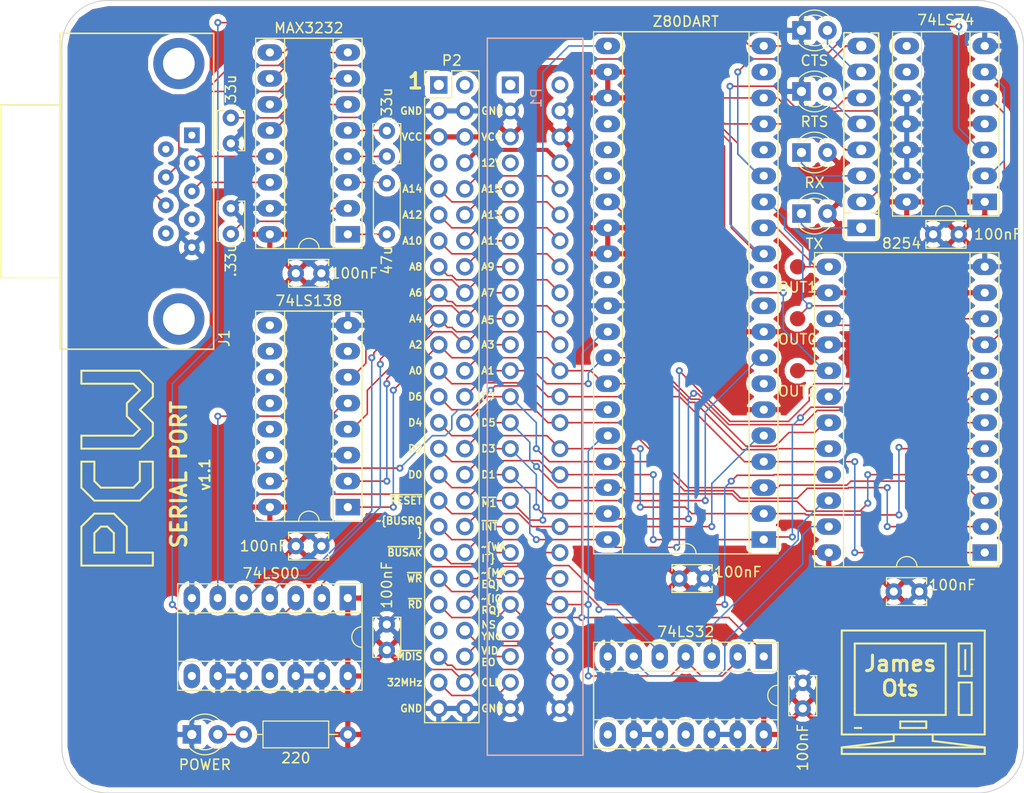
<source format=kicad_pcb>
(kicad_pcb (version 4) (host pcbnew 4.0.6-e0-6349~53~ubuntu16.04.1)
  (layers (0 F.Cu signal) (31 B.Cu signal) (34 B.Paste user) (35 F.Paste user) (36 B.SilkS user) (37 F.SilkS user) (38 B.Mask user) (39 F.Mask user) (44 Edge.Cuts user))
  (net 0 "")
  (net 1 "Net-(C1-Pad1)")
  (net 2 "Net-(C1-Pad2)")
  (net 3 "Net-(C2-Pad1)")
  (net 4 "Net-(C2-Pad2)")
  (net 5 GND)
  (net 6 "Net-(C3-Pad2)")
  (net 7 "Net-(C4-Pad2)")
  (net 8 VCC)
  (net 9 /RX)
  (net 10 /TX)
  (net 11 /CTS)
  (net 12 /RTS)
  (net 13 /A6)
  (net 14 /A7)
  (net 15 /A4)
  (net 16 /A5)
  (net 17 /A2)
  (net 18 /A3)
  (net 19 /A0)
  (net 20 /A1)
  (net 21 /D6)
  (net 22 /D7)
  (net 23 /D4)
  (net 24 /D5)
  (net 25 /D2)
  (net 26 /D3)
  (net 27 /D0)
  (net 28 /D1)
  (net 29 /~RESET)
  (net 30 /~M1)
  (net 31 /~INT)
  (net 32 /~WR)
  (net 33 /~RD)
  (net 34 /~IORQ)
  (net 35 /CLK)
  (net 36 "Net-(U1-Pad3)")
  (net 37 "Net-(U1-Pad6)")
  (net 38 "Net-(U2-Pad3)")
  (net 39 "Net-(U2-Pad6)")
  (net 40 "Net-(U3-Pad14)")
  (net 41 "Net-(U3-Pad15)")
  (net 42 "Net-(U4-Pad15)")
  (net 43 "Net-(U5-Pad2)")
  (net 44 "Net-(D1-Pad2)")
  (net 45 "Net-(D4-Pad2)")
  (net 46 "Net-(D5-Pad2)")
  (net 47 /CTSA)
  (net 48 /RTSA)
  (net 49 /RxDA)
  (net 50 /TxDA)
  (net 51 /+12V)
  (net 52 /A14)
  (net 53 /A15)
  (net 54 /A12)
  (net 55 /A13)
  (net 56 /A10)
  (net 57 /A11)
  (net 58 /A8)
  (net 59 /A9)
  (net 60 /~BUSRQ)
  (net 61 /~BUSAK)
  (net 62 /~WAIT)
  (net 63 /~MREQ)
  (net 64 /NSYNC)
  (net 65 /VIDEO)
  (net 66 /32MHz)
  (net 67 /~MDIS)
  (net 68 "Net-(TP1-Pad1)")
  (net 69 "Net-(TP2-Pad1)")
  (net 70 "Net-(TP3-Pad1)")
  (net 71 "Net-(D2-Pad1)")
  (net 72 "Net-(D3-Pad1)")
  (module Housings_DIP:DIP-24_W15.24mm_Socket_LongPads (layer F.Cu) (at 186.69 107.95 180)
    (fp_text reference U4 hide)
    (fp_text value 8254 (at 8.128 30.226 360) (layer F.SilkS))
    (pad 1 thru_hole rect (at 0 0 180) (size 2.4 1.6) (drill 0.8) (layers *.Cu *.Mask) (net 22 /D7))
    (pad 13 thru_hole oval (at 15.24 27.94 180) (size 2.4 1.6) (drill 0.8) (layers *.Cu *.Mask) (net 69 "Net-(TP2-Pad1)"))
    (pad 2 thru_hole oval (at 0 2.54 180) (size 2.4 1.6) (drill 0.8) (layers *.Cu *.Mask) (net 21 /D6))
    (pad 14 thru_hole oval (at 15.24 25.4 180) (size 2.4 1.6) (drill 0.8) (layers *.Cu *.Mask) (net 8 VCC))
    (pad 3 thru_hole oval (at 0 5.08 180) (size 2.4 1.6) (drill 0.8) (layers *.Cu *.Mask) (net 24 /D5))
    (pad 15 thru_hole oval (at 15.24 22.86 180) (size 2.4 1.6) (drill 0.8) (layers *.Cu *.Mask) (net 42 "Net-(U4-Pad15)"))
    (pad 4 thru_hole oval (at 0 7.62 180) (size 2.4 1.6) (drill 0.8) (layers *.Cu *.Mask) (net 23 /D4))
    (pad 16 thru_hole oval (at 15.24 20.32 180) (size 2.4 1.6) (drill 0.8) (layers *.Cu *.Mask) (net 8 VCC))
    (pad 5 thru_hole oval (at 0 10.16 180) (size 2.4 1.6) (drill 0.8) (layers *.Cu *.Mask) (net 26 /D3))
    (pad 17 thru_hole oval (at 15.24 17.78 180) (size 2.4 1.6) (drill 0.8) (layers *.Cu *.Mask) (net 70 "Net-(TP3-Pad1)"))
    (pad 6 thru_hole oval (at 0 12.7 180) (size 2.4 1.6) (drill 0.8) (layers *.Cu *.Mask) (net 25 /D2))
    (pad 18 thru_hole oval (at 15.24 15.24 180) (size 2.4 1.6) (drill 0.8) (layers *.Cu *.Mask) (net 42 "Net-(U4-Pad15)"))
    (pad 7 thru_hole oval (at 0 15.24 180) (size 2.4 1.6) (drill 0.8) (layers *.Cu *.Mask) (net 28 /D1))
    (pad 19 thru_hole oval (at 15.24 12.7 180) (size 2.4 1.6) (drill 0.8) (layers *.Cu *.Mask) (net 19 /A0))
    (pad 8 thru_hole oval (at 0 17.78 180) (size 2.4 1.6) (drill 0.8) (layers *.Cu *.Mask) (net 27 /D0))
    (pad 20 thru_hole oval (at 15.24 10.16 180) (size 2.4 1.6) (drill 0.8) (layers *.Cu *.Mask) (net 20 /A1))
    (pad 9 thru_hole oval (at 0 20.32 180) (size 2.4 1.6) (drill 0.8) (layers *.Cu *.Mask) (net 42 "Net-(U4-Pad15)"))
    (pad 21 thru_hole oval (at 15.24 7.62 180) (size 2.4 1.6) (drill 0.8) (layers *.Cu *.Mask) (net 40 "Net-(U3-Pad14)"))
    (pad 10 thru_hole oval (at 0 22.86 180) (size 2.4 1.6) (drill 0.8) (layers *.Cu *.Mask) (net 68 "Net-(TP1-Pad1)"))
    (pad 22 thru_hole oval (at 15.24 5.08 180) (size 2.4 1.6) (drill 0.8) (layers *.Cu *.Mask) (net 36 "Net-(U1-Pad3)"))
    (pad 11 thru_hole oval (at 0 25.4 180) (size 2.4 1.6) (drill 0.8) (layers *.Cu *.Mask) (net 8 VCC))
    (pad 23 thru_hole oval (at 15.24 2.54 180) (size 2.4 1.6) (drill 0.8) (layers *.Cu *.Mask) (net 37 "Net-(U1-Pad6)"))
    (pad 12 thru_hole oval (at 0 27.94 180) (size 2.4 1.6) (drill 0.8) (layers *.Cu *.Mask) (net 5 GND))
    (pad 24 thru_hole oval (at 15.24 0 180) (size 2.4 1.6) (drill 0.8) (layers *.Cu *.Mask) (net 8 VCC))
  )
  (module Housings_DIP:DIP-16_W7.62mm_Socket_LongPads (layer F.Cu) (at 124.46 103.505 180)
    (fp_text reference U3 hide)
    (fp_text value 74LS138 (at 3.81 20.17 180) (layer F.SilkS))
    (pad 1 thru_hole rect (at 0 0 180) (size 2.4 1.6) (drill 0.8) (layers *.Cu *.Mask) (net 17 /A2))
    (pad 9 thru_hole oval (at 7.62 17.78 180) (size 2.4 1.6) (drill 0.8) (layers *.Cu *.Mask))
    (pad 2 thru_hole oval (at 0 2.54 180) (size 2.4 1.6) (drill 0.8) (layers *.Cu *.Mask) (net 18 /A3))
    (pad 10 thru_hole oval (at 7.62 15.24 180) (size 2.4 1.6) (drill 0.8) (layers *.Cu *.Mask))
    (pad 3 thru_hole oval (at 0 5.08 180) (size 2.4 1.6) (drill 0.8) (layers *.Cu *.Mask) (net 5 GND))
    (pad 11 thru_hole oval (at 7.62 12.7 180) (size 2.4 1.6) (drill 0.8) (layers *.Cu *.Mask))
    (pad 4 thru_hole oval (at 0 7.62 180) (size 2.4 1.6) (drill 0.8) (layers *.Cu *.Mask) (net 15 /A4))
    (pad 12 thru_hole oval (at 7.62 10.16 180) (size 2.4 1.6) (drill 0.8) (layers *.Cu *.Mask))
    (pad 5 thru_hole oval (at 0 10.16 180) (size 2.4 1.6) (drill 0.8) (layers *.Cu *.Mask) (net 39 "Net-(U2-Pad6)"))
    (pad 13 thru_hole oval (at 7.62 7.62 180) (size 2.4 1.6) (drill 0.8) (layers *.Cu *.Mask))
    (pad 6 thru_hole oval (at 0 12.7 180) (size 2.4 1.6) (drill 0.8) (layers *.Cu *.Mask) (net 14 /A7))
    (pad 14 thru_hole oval (at 7.62 5.08 180) (size 2.4 1.6) (drill 0.8) (layers *.Cu *.Mask) (net 40 "Net-(U3-Pad14)"))
    (pad 7 thru_hole oval (at 0 15.24 180) (size 2.4 1.6) (drill 0.8) (layers *.Cu *.Mask))
    (pad 15 thru_hole oval (at 7.62 2.54 180) (size 2.4 1.6) (drill 0.8) (layers *.Cu *.Mask) (net 41 "Net-(U3-Pad15)"))
    (pad 8 thru_hole oval (at 0 17.78 180) (size 2.4 1.6) (drill 0.8) (layers *.Cu *.Mask) (net 5 GND))
    (pad 16 thru_hole oval (at 7.62 0 180) (size 2.4 1.6) (drill 0.8) (layers *.Cu *.Mask) (net 8 VCC))
  )
  (module Housings_DIP:DIP-40_W15.24mm_Socket_LongPads (layer F.Cu) (at 165.1 106.68 180)
    (fp_text reference U6 hide)
    (fp_text value Z80DART (at 7.62 50.65 180) (layer F.SilkS))
    (pad 1 thru_hole rect (at 0 0 180) (size 2.4 1.6) (drill 0.8) (layers *.Cu *.Mask) (net 28 /D1))
    (pad 21 thru_hole oval (at 15.24 48.26 180) (size 2.4 1.6) (drill 0.8) (layers *.Cu *.Mask) (net 29 /~RESET))
    (pad 2 thru_hole oval (at 0 2.54 180) (size 2.4 1.6) (drill 0.8) (layers *.Cu *.Mask) (net 26 /D3))
    (pad 22 thru_hole oval (at 15.24 45.72 180) (size 2.4 1.6) (drill 0.8) (layers *.Cu *.Mask) (net 8 VCC))
    (pad 3 thru_hole oval (at 0 5.08 180) (size 2.4 1.6) (drill 0.8) (layers *.Cu *.Mask) (net 24 /D5))
    (pad 23 thru_hole oval (at 15.24 43.18 180) (size 2.4 1.6) (drill 0.8) (layers *.Cu *.Mask) (net 8 VCC))
    (pad 4 thru_hole oval (at 0 7.62 180) (size 2.4 1.6) (drill 0.8) (layers *.Cu *.Mask) (net 22 /D7))
    (pad 24 thru_hole oval (at 15.24 40.64 180) (size 2.4 1.6) (drill 0.8) (layers *.Cu *.Mask))
    (pad 5 thru_hole oval (at 0 10.16 180) (size 2.4 1.6) (drill 0.8) (layers *.Cu *.Mask) (net 31 /~INT))
    (pad 25 thru_hole oval (at 15.24 38.1 180) (size 2.4 1.6) (drill 0.8) (layers *.Cu *.Mask))
    (pad 6 thru_hole oval (at 0 12.7 180) (size 2.4 1.6) (drill 0.8) (layers *.Cu *.Mask) (net 8 VCC))
    (pad 26 thru_hole oval (at 15.24 35.56 180) (size 2.4 1.6) (drill 0.8) (layers *.Cu *.Mask))
    (pad 7 thru_hole oval (at 0 15.24 180) (size 2.4 1.6) (drill 0.8) (layers *.Cu *.Mask))
    (pad 27 thru_hole oval (at 15.24 33.02 180) (size 2.4 1.6) (drill 0.8) (layers *.Cu *.Mask) (net 70 "Net-(TP3-Pad1)"))
    (pad 8 thru_hole oval (at 0 17.78 180) (size 2.4 1.6) (drill 0.8) (layers *.Cu *.Mask) (net 30 /~M1))
    (pad 28 thru_hole oval (at 15.24 30.48 180) (size 2.4 1.6) (drill 0.8) (layers *.Cu *.Mask) (net 8 VCC))
    (pad 9 thru_hole oval (at 0 20.32 180) (size 2.4 1.6) (drill 0.8) (layers *.Cu *.Mask) (net 8 VCC))
    (pad 29 thru_hole oval (at 15.24 27.94 180) (size 2.4 1.6) (drill 0.8) (layers *.Cu *.Mask) (net 8 VCC))
    (pad 10 thru_hole oval (at 0 22.86 180) (size 2.4 1.6) (drill 0.8) (layers *.Cu *.Mask))
    (pad 30 thru_hole oval (at 15.24 25.4 180) (size 2.4 1.6) (drill 0.8) (layers *.Cu *.Mask))
    (pad 11 thru_hole oval (at 0 25.4 180) (size 2.4 1.6) (drill 0.8) (layers *.Cu *.Mask))
    (pad 31 thru_hole oval (at 15.24 22.86 180) (size 2.4 1.6) (drill 0.8) (layers *.Cu *.Mask) (net 5 GND))
    (pad 12 thru_hole oval (at 0 27.94 180) (size 2.4 1.6) (drill 0.8) (layers *.Cu *.Mask) (net 49 /RxDA))
    (pad 32 thru_hole oval (at 15.24 20.32 180) (size 2.4 1.6) (drill 0.8) (layers *.Cu *.Mask) (net 33 /~RD))
    (pad 13 thru_hole oval (at 0 30.48 180) (size 2.4 1.6) (drill 0.8) (layers *.Cu *.Mask) (net 69 "Net-(TP2-Pad1)"))
    (pad 33 thru_hole oval (at 15.24 17.78 180) (size 2.4 1.6) (drill 0.8) (layers *.Cu *.Mask) (net 19 /A0))
    (pad 14 thru_hole oval (at 0 33.02 180) (size 2.4 1.6) (drill 0.8) (layers *.Cu *.Mask) (net 68 "Net-(TP1-Pad1)"))
    (pad 34 thru_hole oval (at 15.24 15.24 180) (size 2.4 1.6) (drill 0.8) (layers *.Cu *.Mask) (net 20 /A1))
    (pad 15 thru_hole oval (at 0 35.56 180) (size 2.4 1.6) (drill 0.8) (layers *.Cu *.Mask) (net 50 /TxDA))
    (pad 35 thru_hole oval (at 15.24 12.7 180) (size 2.4 1.6) (drill 0.8) (layers *.Cu *.Mask) (net 41 "Net-(U3-Pad15)"))
    (pad 16 thru_hole oval (at 0 38.1 180) (size 2.4 1.6) (drill 0.8) (layers *.Cu *.Mask))
    (pad 36 thru_hole oval (at 15.24 10.16 180) (size 2.4 1.6) (drill 0.8) (layers *.Cu *.Mask) (net 34 /~IORQ))
    (pad 17 thru_hole oval (at 0 40.64 180) (size 2.4 1.6) (drill 0.8) (layers *.Cu *.Mask) (net 48 /RTSA))
    (pad 37 thru_hole oval (at 15.24 7.62 180) (size 2.4 1.6) (drill 0.8) (layers *.Cu *.Mask) (net 21 /D6))
    (pad 18 thru_hole oval (at 0 43.18 180) (size 2.4 1.6) (drill 0.8) (layers *.Cu *.Mask) (net 47 /CTSA))
    (pad 38 thru_hole oval (at 15.24 5.08 180) (size 2.4 1.6) (drill 0.8) (layers *.Cu *.Mask) (net 23 /D4))
    (pad 19 thru_hole oval (at 0 45.72 180) (size 2.4 1.6) (drill 0.8) (layers *.Cu *.Mask))
    (pad 39 thru_hole oval (at 15.24 2.54 180) (size 2.4 1.6) (drill 0.8) (layers *.Cu *.Mask) (net 25 /D2))
    (pad 20 thru_hole oval (at 0 48.26 180) (size 2.4 1.6) (drill 0.8) (layers *.Cu *.Mask) (net 38 "Net-(U2-Pad3)"))
    (pad 40 thru_hole oval (at 15.24 0 180) (size 2.4 1.6) (drill 0.8) (layers *.Cu *.Mask) (net 27 /D0))
  )
  (module Footprints:Standard_Edge_II_Connector_2x50 (layer B.Cu) (at 140.335 62.23 270)
    (fp_text reference P1 (at 1.27 -2.54 270) (layer B.SilkS) (effects (justify mirror)))
    (fp_text value "EDGE CONNECTOR" hide)
    (pad 1 thru_hole rect (at 0 0 270) (size 1.651 1.651) (drill 1.016) (layers *.Cu *.Mask))
    (pad 2 thru_hole circle (at 0 -4.8514 270) (size 1.651 1.651) (drill 1.016) (layers *.Cu *.Mask))
    (pad 3 thru_hole circle (at 2.54 0 270) (size 1.651 1.651) (drill 1.016) (layers *.Cu *.Mask) (net 5 GND))
    (pad 4 thru_hole circle (at 2.54 -4.8514 270) (size 1.651 1.651) (drill 1.016) (layers *.Cu *.Mask) (net 5 GND))
    (pad 5 thru_hole circle (at 5.08 0 270) (size 1.651 1.651) (drill 1.016) (layers *.Cu *.Mask) (net 8 VCC))
    (pad 6 thru_hole circle (at 5.08 -4.8514 270) (size 1.651 1.651) (drill 1.016) (layers *.Cu *.Mask) (net 8 VCC))
    (pad 7 thru_hole circle (at 7.62 0 270) (size 1.651 1.651) (drill 1.016) (layers *.Cu *.Mask))
    (pad 8 thru_hole circle (at 7.62 -4.8514 270) (size 1.651 1.651) (drill 1.016) (layers *.Cu *.Mask) (net 51 /+12V))
    (pad 9 thru_hole circle (at 10.16 0 270) (size 1.651 1.651) (drill 1.016) (layers *.Cu *.Mask) (net 52 /A14))
    (pad 10 thru_hole circle (at 10.16 -4.8514 270) (size 1.651 1.651) (drill 1.016) (layers *.Cu *.Mask) (net 53 /A15))
    (pad 11 thru_hole circle (at 12.7 0 270) (size 1.651 1.651) (drill 1.016) (layers *.Cu *.Mask) (net 54 /A12))
    (pad 12 thru_hole circle (at 12.7 -4.8514 270) (size 1.651 1.651) (drill 1.016) (layers *.Cu *.Mask) (net 55 /A13))
    (pad 13 thru_hole circle (at 15.24 0 270) (size 1.651 1.651) (drill 1.016) (layers *.Cu *.Mask) (net 56 /A10))
    (pad 14 thru_hole circle (at 15.24 -4.8514 270) (size 1.651 1.651) (drill 1.016) (layers *.Cu *.Mask) (net 57 /A11))
    (pad 15 thru_hole circle (at 17.78 0 270) (size 1.651 1.651) (drill 1.016) (layers *.Cu *.Mask) (net 58 /A8))
    (pad 16 thru_hole circle (at 17.78 -4.8514 270) (size 1.651 1.651) (drill 1.016) (layers *.Cu *.Mask) (net 59 /A9))
    (pad 17 thru_hole circle (at 20.32 0 270) (size 1.651 1.651) (drill 1.016) (layers *.Cu *.Mask) (net 13 /A6))
    (pad 18 thru_hole circle (at 20.32 -4.8514 270) (size 1.651 1.651) (drill 1.016) (layers *.Cu *.Mask) (net 14 /A7))
    (pad 19 thru_hole circle (at 22.86 0 270) (size 1.651 1.651) (drill 1.016) (layers *.Cu *.Mask) (net 15 /A4))
    (pad 20 thru_hole circle (at 22.86 -4.8514 270) (size 1.651 1.651) (drill 1.016) (layers *.Cu *.Mask) (net 16 /A5))
    (pad 21 thru_hole circle (at 25.4 0 270) (size 1.651 1.651) (drill 1.016) (layers *.Cu *.Mask) (net 17 /A2))
    (pad 22 thru_hole circle (at 25.4 -4.8514 270) (size 1.651 1.651) (drill 1.016) (layers *.Cu *.Mask) (net 18 /A3))
    (pad 23 thru_hole circle (at 27.94 0 270) (size 1.651 1.651) (drill 1.016) (layers *.Cu *.Mask) (net 19 /A0))
    (pad 24 thru_hole circle (at 27.94 -4.8514 270) (size 1.651 1.651) (drill 1.016) (layers *.Cu *.Mask) (net 20 /A1))
    (pad 25 thru_hole circle (at 30.48 0 270) (size 1.651 1.651) (drill 1.016) (layers *.Cu *.Mask) (net 21 /D6))
    (pad 26 thru_hole circle (at 30.48 -4.8514 270) (size 1.651 1.651) (drill 1.016) (layers *.Cu *.Mask) (net 22 /D7))
    (pad 27 thru_hole circle (at 33.02 0 270) (size 1.651 1.651) (drill 1.016) (layers *.Cu *.Mask) (net 23 /D4))
    (pad 28 thru_hole circle (at 33.02 -4.8514 270) (size 1.651 1.651) (drill 1.016) (layers *.Cu *.Mask) (net 24 /D5))
    (pad 29 thru_hole circle (at 35.56 0 270) (size 1.651 1.651) (drill 1.016) (layers *.Cu *.Mask) (net 25 /D2))
    (pad 30 thru_hole circle (at 35.56 -4.8514 270) (size 1.651 1.651) (drill 1.016) (layers *.Cu *.Mask) (net 26 /D3))
    (pad 31 thru_hole circle (at 38.1 0 270) (size 1.651 1.651) (drill 1.016) (layers *.Cu *.Mask) (net 27 /D0))
    (pad 32 thru_hole circle (at 38.1 -4.8514 270) (size 1.651 1.651) (drill 1.016) (layers *.Cu *.Mask) (net 28 /D1))
    (pad 33 thru_hole circle (at 40.64 0 270) (size 1.651 1.651) (drill 1.016) (layers *.Cu *.Mask) (net 29 /~RESET))
    (pad 34 thru_hole circle (at 40.64 -4.8514 270) (size 1.651 1.651) (drill 1.016) (layers *.Cu *.Mask) (net 30 /~M1))
    (pad 35 thru_hole circle (at 43.18 0 270) (size 1.651 1.651) (drill 1.016) (layers *.Cu *.Mask) (net 60 /~BUSRQ))
    (pad 36 thru_hole circle (at 43.18 -4.8514 270) (size 1.651 1.651) (drill 1.016) (layers *.Cu *.Mask) (net 31 /~INT))
    (pad 37 thru_hole circle (at 45.72 0 270) (size 1.651 1.651) (drill 1.016) (layers *.Cu *.Mask) (net 61 /~BUSAK))
    (pad 38 thru_hole circle (at 45.72 -4.8514 270) (size 1.651 1.651) (drill 1.016) (layers *.Cu *.Mask) (net 62 /~WAIT))
    (pad 39 thru_hole circle (at 48.26 0 270) (size 1.651 1.651) (drill 1.016) (layers *.Cu *.Mask) (net 32 /~WR))
    (pad 40 thru_hole circle (at 48.26 -4.8514 270) (size 1.651 1.651) (drill 1.016) (layers *.Cu *.Mask) (net 63 /~MREQ))
    (pad 41 thru_hole circle (at 50.8 0 270) (size 1.651 1.651) (drill 1.016) (layers *.Cu *.Mask) (net 33 /~RD))
    (pad 42 thru_hole circle (at 50.8 -4.8514 270) (size 1.651 1.651) (drill 1.016) (layers *.Cu *.Mask) (net 34 /~IORQ))
    (pad 43 thru_hole circle (at 53.34 0 270) (size 1.651 1.651) (drill 1.016) (layers *.Cu *.Mask))
    (pad 44 thru_hole circle (at 53.34 -4.8514 270) (size 1.651 1.651) (drill 1.016) (layers *.Cu *.Mask) (net 64 /NSYNC))
    (pad 45 thru_hole circle (at 55.88 0 270) (size 1.651 1.651) (drill 1.016) (layers *.Cu *.Mask) (net 67 /~MDIS))
    (pad 46 thru_hole circle (at 55.88 -4.8514 270) (size 1.651 1.651) (drill 1.016) (layers *.Cu *.Mask) (net 65 /VIDEO))
    (pad 47 thru_hole circle (at 58.42 0 270) (size 1.651 1.651) (drill 1.016) (layers *.Cu *.Mask) (net 66 /32MHz))
    (pad 48 thru_hole circle (at 58.42 -4.8514 270) (size 1.651 1.651) (drill 1.016) (layers *.Cu *.Mask) (net 35 /CLK))
    (pad 49 thru_hole circle (at 60.96 0 270) (size 1.651 1.651) (drill 1.016) (layers *.Cu *.Mask) (net 5 GND))
    (pad 50 thru_hole circle (at 60.96 -4.8514 270) (size 1.651 1.651) (drill 1.016) (layers *.Cu *.Mask) (net 5 GND))
  )
  (module Footprints:SIP8_Housing_BigPads (layer F.Cu) (at 174.625 66.04 90)
    (fp_text reference RN1 hide)
    (fp_text value 220)
    (pad 1 thru_hole rect (at -10.16 0 180) (size 2.7 1.6) (drill 1) (layers *.Cu *.Mask) (net 71 "Net-(D2-Pad1)"))
    (pad 5 thru_hole oval (at -7.62 0 180) (size 2.7 1.6) (drill 1) (layers *.Cu *.Mask) (net 47 /CTSA))
    (pad 2 thru_hole oval (at -5.08 0 180) (size 2.7 1.6) (drill 1) (layers *.Cu *.Mask) (net 72 "Net-(D3-Pad1)"))
    (pad 6 thru_hole oval (at -2.54 0 180) (size 2.7 1.6) (drill 1) (layers *.Cu *.Mask) (net 48 /RTSA))
    (pad 3 thru_hole oval (at 0 0 180) (size 2.7 1.6) (drill 1) (layers *.Cu *.Mask) (net 45 "Net-(D4-Pad2)"))
    (pad 7 thru_hole oval (at 2.54 0 180) (size 2.7 1.6) (drill 1) (layers *.Cu *.Mask) (net 49 /RxDA))
    (pad 4 thru_hole oval (at 5.08 0 180) (size 2.7 1.6) (drill 1) (layers *.Cu *.Mask) (net 46 "Net-(D5-Pad2)"))
    (pad 8 thru_hole oval (at 7.62 0 180) (size 2.7 1.6) (drill 1) (layers *.Cu *.Mask) (net 50 /TxDA))
  )
  (module Housings_DIP:DIP-14_W7.62mm_Socket_LongPads (layer F.Cu) (at 186.69 73.66 180)
    (fp_text reference U5 hide)
    (fp_text value 74LS74 (at 3.81 17.78 360) (layer F.SilkS))
    (pad 1 thru_hole rect (at 0 0 180) (size 2.4 1.6) (drill 0.8) (layers *.Cu *.Mask) (net 8 VCC))
    (pad 8 thru_hole oval (at 7.62 15.24 180) (size 2.4 1.6) (drill 0.8) (layers *.Cu *.Mask))
    (pad 2 thru_hole oval (at 0 2.54 180) (size 2.4 1.6) (drill 0.8) (layers *.Cu *.Mask) (net 43 "Net-(U5-Pad2)"))
    (pad 9 thru_hole oval (at 7.62 12.7 180) (size 2.4 1.6) (drill 0.8) (layers *.Cu *.Mask))
    (pad 3 thru_hole oval (at 0 5.08 180) (size 2.4 1.6) (drill 0.8) (layers *.Cu *.Mask) (net 38 "Net-(U2-Pad3)"))
    (pad 10 thru_hole oval (at 7.62 10.16 180) (size 2.4 1.6) (drill 0.8) (layers *.Cu *.Mask) (net 5 GND))
    (pad 4 thru_hole oval (at 0 7.62 180) (size 2.4 1.6) (drill 0.8) (layers *.Cu *.Mask) (net 8 VCC))
    (pad 11 thru_hole oval (at 7.62 7.62 180) (size 2.4 1.6) (drill 0.8) (layers *.Cu *.Mask) (net 5 GND))
    (pad 5 thru_hole oval (at 0 10.16 180) (size 2.4 1.6) (drill 0.8) (layers *.Cu *.Mask) (net 42 "Net-(U4-Pad15)"))
    (pad 12 thru_hole oval (at 7.62 5.08 180) (size 2.4 1.6) (drill 0.8) (layers *.Cu *.Mask) (net 5 GND))
    (pad 6 thru_hole oval (at 0 12.7 180) (size 2.4 1.6) (drill 0.8) (layers *.Cu *.Mask) (net 43 "Net-(U5-Pad2)"))
    (pad 13 thru_hole oval (at 7.62 2.54 180) (size 2.4 1.6) (drill 0.8) (layers *.Cu *.Mask) (net 5 GND))
    (pad 7 thru_hole oval (at 0 15.24 180) (size 2.4 1.6) (drill 0.8) (layers *.Cu *.Mask) (net 5 GND))
    (pad 14 thru_hole oval (at 7.62 0 180) (size 2.4 1.6) (drill 0.8) (layers *.Cu *.Mask) (net 8 VCC))
  )
  (module Housings_DIP:DIP-14_W7.62mm_Socket_LongPads (layer F.Cu) (at 165.1 118.11 270)
    (fp_text reference U1 hide)
    (fp_text value 74LS32 (at -2.413 7.62 360) (layer F.SilkS))
    (pad 1 thru_hole rect (at 0 0 270) (size 2.4 1.6) (drill 0.8) (layers *.Cu *.Mask) (net 33 /~RD))
    (pad 8 thru_hole oval (at 7.62 15.24 270) (size 2.4 1.6) (drill 0.8) (layers *.Cu *.Mask))
    (pad 2 thru_hole oval (at 0 2.54 270) (size 2.4 1.6) (drill 0.8) (layers *.Cu *.Mask) (net 34 /~IORQ))
    (pad 9 thru_hole oval (at 7.62 12.7 270) (size 2.4 1.6) (drill 0.8) (layers *.Cu *.Mask) (net 5 GND))
    (pad 3 thru_hole oval (at 0 5.08 270) (size 2.4 1.6) (drill 0.8) (layers *.Cu *.Mask) (net 36 "Net-(U1-Pad3)"))
    (pad 10 thru_hole oval (at 7.62 10.16 270) (size 2.4 1.6) (drill 0.8) (layers *.Cu *.Mask) (net 5 GND))
    (pad 4 thru_hole oval (at 0 7.62 270) (size 2.4 1.6) (drill 0.8) (layers *.Cu *.Mask) (net 34 /~IORQ))
    (pad 11 thru_hole oval (at 7.62 7.62 270) (size 2.4 1.6) (drill 0.8) (layers *.Cu *.Mask))
    (pad 5 thru_hole oval (at 0 10.16 270) (size 2.4 1.6) (drill 0.8) (layers *.Cu *.Mask) (net 32 /~WR))
    (pad 12 thru_hole oval (at 7.62 5.08 270) (size 2.4 1.6) (drill 0.8) (layers *.Cu *.Mask) (net 5 GND))
    (pad 6 thru_hole oval (at 0 12.7 270) (size 2.4 1.6) (drill 0.8) (layers *.Cu *.Mask) (net 37 "Net-(U1-Pad6)"))
    (pad 13 thru_hole oval (at 7.62 2.54 270) (size 2.4 1.6) (drill 0.8) (layers *.Cu *.Mask) (net 5 GND))
    (pad 7 thru_hole oval (at 0 15.24 270) (size 2.4 1.6) (drill 0.8) (layers *.Cu *.Mask) (net 5 GND))
    (pad 14 thru_hole oval (at 7.62 0 270) (size 2.4 1.6) (drill 0.8) (layers *.Cu *.Mask) (net 8 VCC))
  )
  (module Capacitors_THT:C_Disc_D5.0mm_W2.5mm_P5.00mm (layer F.Cu) (at 128.27 76.835 90)
    (fp_text reference C1 hide)
    (fp_text value 47u (at -2.54 0 90) (layer F.SilkS))
    (pad 1 thru_hole circle (at 0 0 90) (size 1.6 1.6) (drill 0.8) (layers *.Cu *.Mask) (net 1 "Net-(C1-Pad1)"))
    (pad 2 thru_hole circle (at 5 0 90) (size 1.6 1.6) (drill 0.8) (layers *.Cu *.Mask) (net 2 "Net-(C1-Pad2)"))
  )
  (module Capacitors_THT:C_Disc_D3.8mm_W2.6mm_P2.50mm (layer F.Cu) (at 128.27 69.215 90)
    (fp_text reference C2 hide)
    (fp_text value .33u (at 5.08 0 90) (layer F.SilkS))
    (pad 1 thru_hole circle (at 0 0 90) (size 1.6 1.6) (drill 0.8) (layers *.Cu *.Mask) (net 3 "Net-(C2-Pad1)"))
    (pad 2 thru_hole circle (at 2.5 0 90) (size 1.6 1.6) (drill 0.8) (layers *.Cu *.Mask) (net 4 "Net-(C2-Pad2)"))
  )
  (module Capacitors_THT:C_Disc_D3.8mm_W2.6mm_P2.50mm (layer F.Cu) (at 113.03 74.295 270)
    (fp_text reference C3 hide)
    (fp_text value .33u (at 5.08 0 270) (layer F.SilkS))
    (pad 1 thru_hole circle (at 0 0 270) (size 1.6 1.6) (drill 0.8) (layers *.Cu *.Mask) (net 5 GND))
    (pad 2 thru_hole circle (at 2.5 0 270) (size 1.6 1.6) (drill 0.8) (layers *.Cu *.Mask) (net 6 "Net-(C3-Pad2)"))
  )
  (module Capacitors_THT:C_Disc_D3.8mm_W2.6mm_P2.50mm (layer F.Cu) (at 113.03 67.945 90)
    (fp_text reference C4 hide)
    (fp_text value .33u (at 5.08 0 90) (layer F.SilkS))
    (pad 1 thru_hole circle (at 0 0 90) (size 1.6 1.6) (drill 0.8) (layers *.Cu *.Mask) (net 5 GND))
    (pad 2 thru_hole circle (at 2.5 0 90) (size 1.6 1.6) (drill 0.8) (layers *.Cu *.Mask) (net 7 "Net-(C4-Pad2)"))
  )
  (module Capacitors_THT:C_Disc_D3.8mm_W2.6mm_P2.50mm (layer F.Cu) (at 168.91 123.19 90)
    (fp_text reference C5 hide)
    (fp_text value 100nF (at -3.81 0 90) (layer F.SilkS))
    (pad 1 thru_hole circle (at 0 0 90) (size 1.6 1.6) (drill 0.8) (layers *.Cu *.Mask) (net 8 VCC))
    (pad 2 thru_hole circle (at 2.5 0 90) (size 1.6 1.6) (drill 0.8) (layers *.Cu *.Mask) (net 5 GND))
  )
  (module Capacitors_THT:C_Disc_D3.8mm_W2.6mm_P2.50mm (layer F.Cu) (at 128.27 117.475 90)
    (fp_text reference C6 hide)
    (fp_text value 100nF (at 6.35 0 90) (layer F.SilkS))
    (pad 1 thru_hole circle (at 0 0 90) (size 1.6 1.6) (drill 0.8) (layers *.Cu *.Mask) (net 8 VCC))
    (pad 2 thru_hole circle (at 2.5 0 90) (size 1.6 1.6) (drill 0.8) (layers *.Cu *.Mask) (net 5 GND))
  )
  (module Capacitors_THT:C_Disc_D3.8mm_W2.6mm_P2.50mm (layer F.Cu) (at 119.38 80.645)
    (fp_text reference C7 hide)
    (fp_text value 100nF (at 5.715 0) (layer F.SilkS))
    (pad 1 thru_hole circle (at 0 0) (size 1.6 1.6) (drill 0.8) (layers *.Cu *.Mask) (net 8 VCC))
    (pad 2 thru_hole circle (at 2.5 0) (size 1.6 1.6) (drill 0.8) (layers *.Cu *.Mask) (net 5 GND))
  )
  (module Capacitors_THT:C_Disc_D3.8mm_W2.6mm_P2.50mm (layer F.Cu) (at 156.845 110.49)
    (fp_text reference C8 hide)
    (fp_text value 100nF (at 5.715 -0.635) (layer F.SilkS))
    (pad 1 thru_hole circle (at 0 0) (size 1.6 1.6) (drill 0.8) (layers *.Cu *.Mask) (net 8 VCC))
    (pad 2 thru_hole circle (at 2.5 0) (size 1.6 1.6) (drill 0.8) (layers *.Cu *.Mask) (net 5 GND))
  )
  (module Capacitors_THT:C_Disc_D3.8mm_W2.6mm_P2.50mm (layer F.Cu) (at 184.15 76.835 180)
    (fp_text reference C9 hide)
    (fp_text value 100nF (at -3.81 0 180) (layer F.SilkS))
    (pad 1 thru_hole circle (at 0 0 180) (size 1.6 1.6) (drill 0.8) (layers *.Cu *.Mask) (net 8 VCC))
    (pad 2 thru_hole circle (at 2.5 0 180) (size 1.6 1.6) (drill 0.8) (layers *.Cu *.Mask) (net 5 GND))
  )
  (module Capacitors_THT:C_Disc_D3.8mm_W2.6mm_P2.50mm (layer F.Cu) (at 177.8 111.76)
    (fp_text reference C10 hide)
    (fp_text value 100nF (at 5.715 -0.635) (layer F.SilkS))
    (pad 1 thru_hole circle (at 0 0) (size 1.6 1.6) (drill 0.8) (layers *.Cu *.Mask) (net 8 VCC))
    (pad 2 thru_hole circle (at 2.5 0) (size 1.6 1.6) (drill 0.8) (layers *.Cu *.Mask) (net 5 GND))
  )
  (module Capacitors_THT:C_Disc_D3.8mm_W2.6mm_P2.50mm (layer F.Cu) (at 119.38 107.315)
    (fp_text reference C11 hide)
    (fp_text value 100nF (at -3.175 0) (layer F.SilkS))
    (pad 1 thru_hole circle (at 0 0) (size 1.6 1.6) (drill 0.8) (layers *.Cu *.Mask) (net 8 VCC))
    (pad 2 thru_hole circle (at 2.5 0) (size 1.6 1.6) (drill 0.8) (layers *.Cu *.Mask) (net 5 GND))
  )
  (module Pin_Headers:Pin_Header_Straight_2x25_Pitch2.54mm (layer F.Cu) (at 133.35 62.23)
    (fp_text reference P2 (at 1.27 -2.39) (layer F.SilkS))
    (fp_text value HEADER hide)
    (pad 1 thru_hole rect (at 0 0) (size 1.7 1.7) (drill 1) (layers *.Cu *.Mask))
    (pad 2 thru_hole oval (at 2.54 0) (size 1.7 1.7) (drill 1) (layers *.Cu *.Mask))
    (pad 3 thru_hole oval (at 0 2.54) (size 1.7 1.7) (drill 1) (layers *.Cu *.Mask) (net 5 GND))
    (pad 4 thru_hole oval (at 2.54 2.54) (size 1.7 1.7) (drill 1) (layers *.Cu *.Mask) (net 5 GND))
    (pad 5 thru_hole oval (at 0 5.08) (size 1.7 1.7) (drill 1) (layers *.Cu *.Mask) (net 8 VCC))
    (pad 6 thru_hole oval (at 2.54 5.08) (size 1.7 1.7) (drill 1) (layers *.Cu *.Mask) (net 8 VCC))
    (pad 7 thru_hole oval (at 0 7.62) (size 1.7 1.7) (drill 1) (layers *.Cu *.Mask))
    (pad 8 thru_hole oval (at 2.54 7.62) (size 1.7 1.7) (drill 1) (layers *.Cu *.Mask) (net 51 /+12V))
    (pad 9 thru_hole oval (at 0 10.16) (size 1.7 1.7) (drill 1) (layers *.Cu *.Mask) (net 52 /A14))
    (pad 10 thru_hole oval (at 2.54 10.16) (size 1.7 1.7) (drill 1) (layers *.Cu *.Mask) (net 53 /A15))
    (pad 11 thru_hole oval (at 0 12.7) (size 1.7 1.7) (drill 1) (layers *.Cu *.Mask) (net 54 /A12))
    (pad 12 thru_hole oval (at 2.54 12.7) (size 1.7 1.7) (drill 1) (layers *.Cu *.Mask) (net 55 /A13))
    (pad 13 thru_hole oval (at 0 15.24) (size 1.7 1.7) (drill 1) (layers *.Cu *.Mask) (net 56 /A10))
    (pad 14 thru_hole oval (at 2.54 15.24) (size 1.7 1.7) (drill 1) (layers *.Cu *.Mask) (net 57 /A11))
    (pad 15 thru_hole oval (at 0 17.78) (size 1.7 1.7) (drill 1) (layers *.Cu *.Mask) (net 58 /A8))
    (pad 16 thru_hole oval (at 2.54 17.78) (size 1.7 1.7) (drill 1) (layers *.Cu *.Mask) (net 59 /A9))
    (pad 17 thru_hole oval (at 0 20.32) (size 1.7 1.7) (drill 1) (layers *.Cu *.Mask) (net 13 /A6))
    (pad 18 thru_hole oval (at 2.54 20.32) (size 1.7 1.7) (drill 1) (layers *.Cu *.Mask) (net 14 /A7))
    (pad 19 thru_hole oval (at 0 22.86) (size 1.7 1.7) (drill 1) (layers *.Cu *.Mask) (net 15 /A4))
    (pad 20 thru_hole oval (at 2.54 22.86) (size 1.7 1.7) (drill 1) (layers *.Cu *.Mask) (net 16 /A5))
    (pad 21 thru_hole oval (at 0 25.4) (size 1.7 1.7) (drill 1) (layers *.Cu *.Mask) (net 17 /A2))
    (pad 22 thru_hole oval (at 2.54 25.4) (size 1.7 1.7) (drill 1) (layers *.Cu *.Mask) (net 18 /A3))
    (pad 23 thru_hole oval (at 0 27.94) (size 1.7 1.7) (drill 1) (layers *.Cu *.Mask) (net 19 /A0))
    (pad 24 thru_hole oval (at 2.54 27.94) (size 1.7 1.7) (drill 1) (layers *.Cu *.Mask) (net 20 /A1))
    (pad 25 thru_hole oval (at 0 30.48) (size 1.7 1.7) (drill 1) (layers *.Cu *.Mask) (net 21 /D6))
    (pad 26 thru_hole oval (at 2.54 30.48) (size 1.7 1.7) (drill 1) (layers *.Cu *.Mask) (net 22 /D7))
    (pad 27 thru_hole oval (at 0 33.02) (size 1.7 1.7) (drill 1) (layers *.Cu *.Mask) (net 23 /D4))
    (pad 28 thru_hole oval (at 2.54 33.02) (size 1.7 1.7) (drill 1) (layers *.Cu *.Mask) (net 24 /D5))
    (pad 29 thru_hole oval (at 0 35.56) (size 1.7 1.7) (drill 1) (layers *.Cu *.Mask) (net 25 /D2))
    (pad 30 thru_hole oval (at 2.54 35.56) (size 1.7 1.7) (drill 1) (layers *.Cu *.Mask) (net 26 /D3))
    (pad 31 thru_hole oval (at 0 38.1) (size 1.7 1.7) (drill 1) (layers *.Cu *.Mask) (net 27 /D0))
    (pad 32 thru_hole oval (at 2.54 38.1) (size 1.7 1.7) (drill 1) (layers *.Cu *.Mask) (net 28 /D1))
    (pad 33 thru_hole oval (at 0 40.64) (size 1.7 1.7) (drill 1) (layers *.Cu *.Mask) (net 29 /~RESET))
    (pad 34 thru_hole oval (at 2.54 40.64) (size 1.7 1.7) (drill 1) (layers *.Cu *.Mask) (net 30 /~M1))
    (pad 35 thru_hole oval (at 0 43.18) (size 1.7 1.7) (drill 1) (layers *.Cu *.Mask) (net 60 /~BUSRQ))
    (pad 36 thru_hole oval (at 2.54 43.18) (size 1.7 1.7) (drill 1) (layers *.Cu *.Mask) (net 31 /~INT))
    (pad 37 thru_hole oval (at 0 45.72) (size 1.7 1.7) (drill 1) (layers *.Cu *.Mask) (net 61 /~BUSAK))
    (pad 38 thru_hole oval (at 2.54 45.72) (size 1.7 1.7) (drill 1) (layers *.Cu *.Mask) (net 62 /~WAIT))
    (pad 39 thru_hole oval (at 0 48.26) (size 1.7 1.7) (drill 1) (layers *.Cu *.Mask) (net 32 /~WR))
    (pad 40 thru_hole oval (at 2.54 48.26) (size 1.7 1.7) (drill 1) (layers *.Cu *.Mask) (net 63 /~MREQ))
    (pad 41 thru_hole oval (at 0 50.8) (size 1.7 1.7) (drill 1) (layers *.Cu *.Mask) (net 33 /~RD))
    (pad 42 thru_hole oval (at 2.54 50.8) (size 1.7 1.7) (drill 1) (layers *.Cu *.Mask) (net 34 /~IORQ))
    (pad 43 thru_hole oval (at 0 53.34) (size 1.7 1.7) (drill 1) (layers *.Cu *.Mask))
    (pad 44 thru_hole oval (at 2.54 53.34) (size 1.7 1.7) (drill 1) (layers *.Cu *.Mask) (net 64 /NSYNC))
    (pad 45 thru_hole oval (at 0 55.88) (size 1.7 1.7) (drill 1) (layers *.Cu *.Mask) (net 67 /~MDIS))
    (pad 46 thru_hole oval (at 2.54 55.88) (size 1.7 1.7) (drill 1) (layers *.Cu *.Mask) (net 65 /VIDEO))
    (pad 47 thru_hole oval (at 0 58.42) (size 1.7 1.7) (drill 1) (layers *.Cu *.Mask) (net 66 /32MHz))
    (pad 48 thru_hole oval (at 2.54 58.42) (size 1.7 1.7) (drill 1) (layers *.Cu *.Mask) (net 35 /CLK))
    (pad 49 thru_hole oval (at 0 60.96) (size 1.7 1.7) (drill 1) (layers *.Cu *.Mask) (net 5 GND))
    (pad 50 thru_hole oval (at 2.54 60.96) (size 1.7 1.7) (drill 1) (layers *.Cu *.Mask) (net 5 GND))
  )
  (module Housings_DIP:DIP-16_W7.62mm_Socket_LongPads (layer F.Cu) (at 124.46 76.835 180)
    (fp_text reference U7 hide)
    (fp_text value MAX3232 (at 3.81 20.17 180) (layer F.SilkS))
    (pad 1 thru_hole rect (at 0 0 180) (size 2.4 1.6) (drill 0.8) (layers *.Cu *.Mask) (net 1 "Net-(C1-Pad1)"))
    (pad 9 thru_hole oval (at 7.62 17.78 180) (size 2.4 1.6) (drill 0.8) (layers *.Cu *.Mask) (net 47 /CTSA))
    (pad 2 thru_hole oval (at 0 2.54 180) (size 2.4 1.6) (drill 0.8) (layers *.Cu *.Mask) (net 6 "Net-(C3-Pad2)"))
    (pad 10 thru_hole oval (at 7.62 15.24 180) (size 2.4 1.6) (drill 0.8) (layers *.Cu *.Mask) (net 48 /RTSA))
    (pad 3 thru_hole oval (at 0 5.08 180) (size 2.4 1.6) (drill 0.8) (layers *.Cu *.Mask) (net 2 "Net-(C1-Pad2)"))
    (pad 11 thru_hole oval (at 7.62 12.7 180) (size 2.4 1.6) (drill 0.8) (layers *.Cu *.Mask) (net 50 /TxDA))
    (pad 4 thru_hole oval (at 0 7.62 180) (size 2.4 1.6) (drill 0.8) (layers *.Cu *.Mask) (net 3 "Net-(C2-Pad1)"))
    (pad 12 thru_hole oval (at 7.62 10.16 180) (size 2.4 1.6) (drill 0.8) (layers *.Cu *.Mask) (net 49 /RxDA))
    (pad 5 thru_hole oval (at 0 10.16 180) (size 2.4 1.6) (drill 0.8) (layers *.Cu *.Mask) (net 4 "Net-(C2-Pad2)"))
    (pad 13 thru_hole oval (at 7.62 7.62 180) (size 2.4 1.6) (drill 0.8) (layers *.Cu *.Mask) (net 9 /RX))
    (pad 6 thru_hole oval (at 0 12.7 180) (size 2.4 1.6) (drill 0.8) (layers *.Cu *.Mask) (net 7 "Net-(C4-Pad2)"))
    (pad 14 thru_hole oval (at 7.62 5.08 180) (size 2.4 1.6) (drill 0.8) (layers *.Cu *.Mask) (net 10 /TX))
    (pad 7 thru_hole oval (at 0 15.24 180) (size 2.4 1.6) (drill 0.8) (layers *.Cu *.Mask) (net 12 /RTS))
    (pad 15 thru_hole oval (at 7.62 2.54 180) (size 2.4 1.6) (drill 0.8) (layers *.Cu *.Mask) (net 5 GND))
    (pad 8 thru_hole oval (at 0 17.78 180) (size 2.4 1.6) (drill 0.8) (layers *.Cu *.Mask) (net 11 /CTS))
    (pad 16 thru_hole oval (at 7.62 0 180) (size 2.4 1.6) (drill 0.8) (layers *.Cu *.Mask) (net 8 VCC))
  )
  (module Footprints:DSUB9_3-338168-2 (layer F.Cu) (at 107.95 78.105 90)
    (fp_text reference J1 (at -8.89 4.445 90) (layer F.SilkS))
    (fp_text value DB9)
    (pad 5 thru_hole circle (at 0 1.27 90) (size 1.524 1.524) (drill 0.7) (layers *.Cu *.Mask) (net 5 GND))
    (pad 9 thru_hole circle (at 1.37 -1.27 90) (size 1.524 1.524) (drill 0.7) (layers *.Cu *.Mask))
    (pad 4 thru_hole circle (at 2.74 1.27 90) (size 1.524 1.524) (drill 0.7) (layers *.Cu *.Mask))
    (pad 8 thru_hole circle (at 4.11 -1.27 90) (size 1.524 1.524) (drill 0.7) (layers *.Cu *.Mask) (net 11 /CTS))
    (pad 3 thru_hole circle (at 5.48 1.27 90) (size 1.524 1.524) (drill 0.7) (layers *.Cu *.Mask) (net 10 /TX))
    (pad 7 thru_hole circle (at 6.85 -1.27 90) (size 1.524 1.524) (drill 0.7) (layers *.Cu *.Mask) (net 12 /RTS))
    (pad 2 thru_hole circle (at 8.22 1.27 90) (size 1.524 1.524) (drill 0.7) (layers *.Cu *.Mask) (net 9 /RX))
    (pad 6 thru_hole circle (at 9.59 -1.27 90) (size 1.524 1.524) (drill 0.7) (layers *.Cu *.Mask))
    (pad 1 thru_hole rect (at 10.96 1.27 90) (size 1.524 1.524) (drill 0.7) (layers *.Cu *.Mask))
    (pad 10 thru_hole circle (at -7.01 0 90) (size 5 5) (drill 3.1) (layers *.Cu *.Mask))
    (pad 11 thru_hole circle (at 17.97 0 90) (size 5 5) (drill 3.1) (layers *.Cu *.Mask))
  )
  (module LEDs:LED_D3.0mm (layer F.Cu) (at 109.22 125.73)
    (fp_text reference D1 hide)
    (fp_text value POWER (at 1.27 2.96) (layer F.SilkS))
    (pad 1 thru_hole rect (at 0 0) (size 1.8 1.8) (drill 0.9) (layers *.Cu *.Mask) (net 5 GND))
    (pad 2 thru_hole circle (at 2.54 0) (size 1.8 1.8) (drill 0.9) (layers *.Cu *.Mask) (net 44 "Net-(D1-Pad2)"))
  )
  (module Resistors_THT:R_Axial_DIN0207_L6.3mm_D2.5mm_P10.16mm_Horizontal (layer F.Cu) (at 114.3 125.73)
    (fp_text reference R1 hide)
    (fp_text value 220 (at 5.08 2.31) (layer F.SilkS))
    (pad 1 thru_hole circle (at 0 0) (size 1.6 1.6) (drill 0.8) (layers *.Cu *.Mask) (net 44 "Net-(D1-Pad2)"))
    (pad 2 thru_hole oval (at 10.16 0) (size 1.6 1.6) (drill 0.8) (layers *.Cu *.Mask) (net 8 VCC))
  )
  (module LEDs:LED_D3.0mm (layer F.Cu) (at 168.783 74.803)
    (fp_text reference D2 hide)
    (fp_text value TX (at 1.27 2.96) (layer F.SilkS))
    (pad 1 thru_hole rect (at 0 0) (size 1.8 1.8) (drill 0.9) (layers *.Cu *.Mask) (net 71 "Net-(D2-Pad1)"))
    (pad 2 thru_hole circle (at 2.54 0) (size 1.8 1.8) (drill 0.9) (layers *.Cu *.Mask) (net 8 VCC))
  )
  (module LEDs:LED_D3.0mm (layer F.Cu) (at 168.783 68.834)
    (fp_text reference D3 hide)
    (fp_text value RX (at 1.27 2.96) (layer F.SilkS))
    (pad 1 thru_hole rect (at 0 0) (size 1.8 1.8) (drill 0.9) (layers *.Cu *.Mask) (net 72 "Net-(D3-Pad1)"))
    (pad 2 thru_hole circle (at 2.54 0) (size 1.8 1.8) (drill 0.9) (layers *.Cu *.Mask) (net 8 VCC))
  )
  (module LEDs:LED_D3.0mm (layer F.Cu) (at 168.783 62.865)
    (fp_text reference D4 hide)
    (fp_text value RTS (at 1.27 2.96) (layer F.SilkS))
    (pad 1 thru_hole rect (at 0 0) (size 1.8 1.8) (drill 0.9) (layers *.Cu *.Mask) (net 5 GND))
    (pad 2 thru_hole circle (at 2.54 0) (size 1.8 1.8) (drill 0.9) (layers *.Cu *.Mask) (net 45 "Net-(D4-Pad2)"))
  )
  (module LEDs:LED_D3.0mm (layer F.Cu) (at 168.783 56.896)
    (fp_text reference D5 hide)
    (fp_text value CTS (at 1.27 2.96) (layer F.SilkS))
    (pad 1 thru_hole rect (at 0 0) (size 1.8 1.8) (drill 0.9) (layers *.Cu *.Mask) (net 5 GND))
    (pad 2 thru_hole circle (at 2.54 0) (size 1.8 1.8) (drill 0.9) (layers *.Cu *.Mask) (net 46 "Net-(D5-Pad2)"))
  )
  (module Housings_DIP:DIP-14_W7.62mm_Socket_LongPads (layer F.Cu) (at 124.46 112.395 270)
    (fp_text reference U2 hide)
    (fp_text value 74LS00 (at -2.413 7.493 360) (layer F.SilkS))
    (pad 1 thru_hole rect (at 0 0 270) (size 2.4 1.6) (drill 0.8) (layers *.Cu *.Mask) (net 8 VCC))
    (pad 8 thru_hole oval (at 7.62 15.24 270) (size 2.4 1.6) (drill 0.8) (layers *.Cu *.Mask))
    (pad 2 thru_hole oval (at 0 2.54 270) (size 2.4 1.6) (drill 0.8) (layers *.Cu *.Mask) (net 35 /CLK))
    (pad 9 thru_hole oval (at 7.62 12.7 270) (size 2.4 1.6) (drill 0.8) (layers *.Cu *.Mask) (net 5 GND))
    (pad 3 thru_hole oval (at 0 5.08 270) (size 2.4 1.6) (drill 0.8) (layers *.Cu *.Mask) (net 38 "Net-(U2-Pad3)"))
    (pad 10 thru_hole oval (at 7.62 10.16 270) (size 2.4 1.6) (drill 0.8) (layers *.Cu *.Mask) (net 5 GND))
    (pad 4 thru_hole oval (at 0 7.62 270) (size 2.4 1.6) (drill 0.8) (layers *.Cu *.Mask) (net 16 /A5))
    (pad 11 thru_hole oval (at 7.62 7.62 270) (size 2.4 1.6) (drill 0.8) (layers *.Cu *.Mask))
    (pad 5 thru_hole oval (at 0 10.16 270) (size 2.4 1.6) (drill 0.8) (layers *.Cu *.Mask) (net 13 /A6))
    (pad 12 thru_hole oval (at 7.62 5.08 270) (size 2.4 1.6) (drill 0.8) (layers *.Cu *.Mask) (net 5 GND))
    (pad 6 thru_hole oval (at 0 12.7 270) (size 2.4 1.6) (drill 0.8) (layers *.Cu *.Mask) (net 39 "Net-(U2-Pad6)"))
    (pad 13 thru_hole oval (at 7.62 2.54 270) (size 2.4 1.6) (drill 0.8) (layers *.Cu *.Mask) (net 5 GND))
    (pad 7 thru_hole oval (at 0 15.24 270) (size 2.4 1.6) (drill 0.8) (layers *.Cu *.Mask) (net 5 GND))
    (pad 14 thru_hole oval (at 7.62 0 270) (size 2.4 1.6) (drill 0.8) (layers *.Cu *.Mask) (net 8 VCC))
  )
  (module Measurement_Points:Measurement_Point_Round-SMD-Pad_Small (layer F.Cu) (at 168.402 85.09)
    (fp_text reference TP1 hide)
    (fp_text value OUT0 (at 0 2) (layer F.SilkS))
    (pad 1 smd circle (at 0 0) (size 1.5 1.5) (layers F.Cu F.Mask) (net 68 "Net-(TP1-Pad1)"))
  )
  (module Measurement_Points:Measurement_Point_Round-SMD-Pad_Small (layer F.Cu) (at 168.402 80.01)
    (fp_text reference TP2 hide)
    (fp_text value OUT1 (at 0 2) (layer F.SilkS))
    (pad 1 smd circle (at 0 0) (size 1.5 1.5) (layers F.Cu F.Mask) (net 69 "Net-(TP2-Pad1)"))
  )
  (module Measurement_Points:Measurement_Point_Round-SMD-Pad_Small (layer F.Cu) (at 168.402 90.17)
    (fp_text reference TP3 hide)
    (fp_text value OUT2 (at 0 2) (layer F.SilkS))
    (pad 1 smd circle (at 0 0) (size 1.5 1.5) (layers F.Cu F.Mask) (net 70 "Net-(TP3-Pad1)"))
  )
  (gr_text "VID\nEO" (at 137.414 118.11) (layer F.SilkS) (effects (font (size 0.7 0.7)) (justify left)))
  (gr_text "NS\nYNC" (at 137.414 115.57) (layer F.SilkS) (effects (font (size 0.7 0.7)) (justify left)))
  (gr_text "~MR\nEQ" (at 137.414 110.49) (layer F.SilkS) (effects (font (size 0.7 0.7)) (justify left)))
  (gr_text "~WA\nIT" (at 137.414 107.95) (layer F.SilkS) (effects (font (size 0.7 0.7)) (justify left)))
  (gr_text A9 (at 137.414 80.01) (layer F.SilkS) (effects (font (size 0.7 0.7)) (justify left)))
  (gr_text A11 (at 137.414 77.47) (layer F.SilkS) (effects (font (size 0.7 0.7)) (justify left)))
  (gr_text A13 (at 137.414 74.93) (layer F.SilkS) (effects (font (size 0.7 0.7)) (justify left)))
  (gr_text A15 (at 137.414 72.39) (layer F.SilkS) (effects (font (size 0.7 0.7)) (justify left)))
  (gr_text 12V (at 137.414 69.85) (layer F.SilkS) (effects (font (size 0.7 0.7)) (justify left)))
  (gr_text A14 (at 131.826 72.39) (layer F.SilkS) (effects (font (size 0.7 0.7)) (justify right)))
  (gr_text A12 (at 131.826 74.93) (layer F.SilkS) (effects (font (size 0.7 0.7)) (justify right)))
  (gr_text A10 (at 131.826 77.47) (layer F.SilkS) (effects (font (size 0.7 0.7)) (justify right)))
  (gr_text A8 (at 131.826 80.01) (layer F.SilkS) (effects (font (size 0.7 0.7)) (justify right)))
  (gr_text 32MHz (at 131.826 120.65) (layer F.SilkS) (effects (font (size 0.7 0.7)) (justify right)))
  (gr_text ~BUSAK (at 131.826 107.95) (layer F.SilkS) (effects (font (size 0.7 0.7)) (justify right)))
  (gr_text "~BUSRQ\n" (at 131.826 105.41) (layer F.SilkS) (effects (font (size 0.7 0.7)) (justify right)))
  (gr_text ~MDIS (at 131.826 118.11) (layer F.SilkS) (effects (font (size 0.7 0.7)) (justify right)))
  (gr_text GND (at 131.826 123.19) (layer F.SilkS) (effects (font (size 0.7 0.7)) (justify right)))
  (gr_text GND (at 137.414 123.19) (layer F.SilkS) (effects (font (size 0.7 0.7)) (justify left)))
  (gr_text ~RD (at 131.826 113.03) (layer F.SilkS) (effects (font (size 0.7 0.7)) (justify right)))
  (gr_text ~WR (at 131.826 110.49) (layer F.SilkS) (effects (font (size 0.7 0.7)) (justify right)))
  (gr_text ~RESET (at 131.826 102.87) (layer F.SilkS) (effects (font (size 0.7 0.7)) (justify right)))
  (gr_text D0 (at 131.826 100.33) (layer F.SilkS) (effects (font (size 0.7 0.7)) (justify right)))
  (gr_text D2 (at 131.826 97.79) (layer F.SilkS) (effects (font (size 0.7 0.7)) (justify right)))
  (gr_text D4 (at 131.826 95.25) (layer F.SilkS) (effects (font (size 0.7 0.7)) (justify right)))
  (gr_text D6 (at 131.826 92.71) (layer F.SilkS) (effects (font (size 0.7 0.7)) (justify right)))
  (gr_text A0 (at 131.826 90.17) (layer F.SilkS) (effects (font (size 0.7 0.7)) (justify right)))
  (gr_text A2 (at 131.826 87.63) (layer F.SilkS) (effects (font (size 0.7 0.7)) (justify right)))
  (gr_text A4 (at 131.826 85.09) (layer F.SilkS) (effects (font (size 0.7 0.7)) (justify right)))
  (gr_text A6 (at 131.826 82.55) (layer F.SilkS) (effects (font (size 0.7 0.7)) (justify right)))
  (gr_text VCC (at 131.826 67.31) (layer F.SilkS) (effects (font (size 0.7 0.7)) (justify right)))
  (gr_text GND (at 131.826 64.77) (layer F.SilkS) (effects (font (size 0.7 0.7)) (justify right)))
  (gr_text 1 (at 131.064 61.849) (layer F.SilkS) (effects (font (size 1.5 1.5) (thickness 0.3))))
  (gr_text GND (at 137.414 64.77) (layer F.SilkS) (effects (font (size 0.7 0.7)) (justify left)))
  (gr_text VCC (at 137.414 67.31) (layer F.SilkS) (effects (font (size 0.7 0.7)) (justify left)))
  (gr_text A7 (at 137.414 82.55) (layer F.SilkS) (effects (font (size 0.7 0.7)) (justify left)))
  (gr_text A5 (at 137.414 85.217) (layer F.SilkS) (effects (font (size 0.7 0.7)) (justify left)))
  (gr_text A3 (at 137.414 87.63) (layer F.SilkS) (effects (font (size 0.7 0.7)) (justify left)))
  (gr_text A1 (at 137.414 90.17) (layer F.SilkS) (effects (font (size 0.7 0.7)) (justify left)))
  (gr_text D7 (at 137.414 92.71) (layer F.SilkS) (effects (font (size 0.7 0.7)) (justify left)))
  (gr_text D5 (at 137.414 95.25) (layer F.SilkS) (effects (font (size 0.7 0.7)) (justify left)))
  (gr_text D3 (at 137.414 97.79) (layer F.SilkS) (effects (font (size 0.7 0.7)) (justify left)))
  (gr_text D1 (at 137.414 100.33) (layer F.SilkS) (effects (font (size 0.7 0.7)) (justify left)))
  (gr_text ~M1 (at 137.414 103.124) (layer F.SilkS) (effects (font (size 0.7 0.7)) (justify left)))
  (gr_text ~INT (at 137.414 105.41) (layer F.SilkS) (effects (font (size 0.7 0.7)) (justify left)))
  (gr_text "~IO\nRQ" (at 137.414 113.03) (layer F.SilkS) (effects (font (size 0.7 0.7)) (justify left)))
  (gr_text CLK (at 137.414 120.65) (layer F.SilkS) (effects (font (size 0.7 0.7)) (justify left)))
  (gr_text v1.1 (at 110.49 100.33 90) (layer F.SilkS) (effects (font (size 1 1) (thickness 0.2))))
  (gr_arc (start 100.965 58.42) (end 96.52 58.42) (angle 90) (layer Edge.Cuts) (width 0.1))
  (gr_arc (start 100.965 127) (end 100.965 131.445) (angle 90) (layer Edge.Cuts) (width 0.1))
  (gr_arc (start 186.055 127) (end 190.5 127) (angle 90) (layer Edge.Cuts) (width 0.1))
  (gr_arc (start 186.055 58.42) (end 186.055 53.975) (angle 90) (layer Edge.Cuts) (width 0.1))
  (gr_text "James\nOts" (at 178.435 120.015) (layer F.SilkS) (effects (font (size 1.5 1.5) (thickness 0.3))))
  (gr_text "SERIAL PORT" (at 107.95 100.33 90) (layer F.SilkS) (effects (font (size 1.5 1.5) (thickness 0.3))))
  (gr_line (start 98.425 96.52) (end 98.425 97.79) (layer F.SilkS) (width 0.2))
  (gr_line (start 103.505 96.52) (end 98.425 96.52) (layer F.SilkS) (width 0.2))
  (gr_line (start 104.14 95.885) (end 103.505 96.52) (layer F.SilkS) (width 0.2))
  (gr_line (start 102.87 94.615) (end 104.14 95.885) (layer F.SilkS) (width 0.2))
  (gr_line (start 102.87 93.345) (end 102.87 94.615) (layer F.SilkS) (width 0.2))
  (gr_line (start 104.14 92.075) (end 102.87 93.345) (layer F.SilkS) (width 0.2))
  (gr_line (start 103.505 91.44) (end 104.14 92.075) (layer F.SilkS) (width 0.2))
  (gr_line (start 98.425 91.44) (end 103.505 91.44) (layer F.SilkS) (width 0.2))
  (gr_line (start 98.425 90.17) (end 98.425 91.44) (layer F.SilkS) (width 0.2))
  (gr_line (start 104.14 90.17) (end 98.425 90.17) (layer F.SilkS) (width 0.2))
  (gr_line (start 105.41 91.44) (end 104.14 90.17) (layer F.SilkS) (width 0.2))
  (gr_line (start 105.41 92.71) (end 105.41 91.44) (layer F.SilkS) (width 0.2))
  (gr_line (start 104.14 93.98) (end 105.41 92.71) (layer F.SilkS) (width 0.2))
  (gr_line (start 105.41 95.25) (end 104.14 93.98) (layer F.SilkS) (width 0.2))
  (gr_line (start 105.41 96.52) (end 105.41 95.25) (layer F.SilkS) (width 0.2))
  (gr_line (start 104.14 97.79) (end 105.41 96.52) (layer F.SilkS) (width 0.2))
  (gr_line (start 98.425 97.79) (end 104.14 97.79) (layer F.SilkS) (width 0.2))
  (gr_line (start 99.695 106.045) (end 99.695 107.95) (layer F.SilkS) (width 0.2))
  (gr_line (start 100.33 105.41) (end 99.695 106.045) (layer F.SilkS) (width 0.2))
  (gr_line (start 100.965 105.41) (end 100.33 105.41) (layer F.SilkS) (width 0.2))
  (gr_line (start 101.6 106.045) (end 100.965 105.41) (layer F.SilkS) (width 0.2))
  (gr_line (start 101.6 107.95) (end 101.6 106.045) (layer F.SilkS) (width 0.2))
  (gr_line (start 99.695 107.95) (end 101.6 107.95) (layer F.SilkS) (width 0.2))
  (gr_line (start 98.425 101.6) (end 99.695 102.87) (layer F.SilkS) (width 0.2))
  (gr_line (start 98.425 99.06) (end 98.425 101.6) (layer F.SilkS) (width 0.2))
  (gr_line (start 99.695 99.06) (end 98.425 99.06) (layer F.SilkS) (width 0.2))
  (gr_line (start 99.695 100.965) (end 99.695 99.06) (layer F.SilkS) (width 0.2))
  (gr_line (start 100.33 101.6) (end 99.695 100.965) (layer F.SilkS) (width 0.2))
  (gr_line (start 103.505 101.6) (end 100.33 101.6) (layer F.SilkS) (width 0.2))
  (gr_line (start 104.14 100.965) (end 103.505 101.6) (layer F.SilkS) (width 0.2))
  (gr_line (start 104.14 99.06) (end 104.14 100.965) (layer F.SilkS) (width 0.2))
  (gr_line (start 105.41 99.06) (end 104.14 99.06) (layer F.SilkS) (width 0.2))
  (gr_line (start 105.41 101.6) (end 105.41 99.06) (layer F.SilkS) (width 0.2))
  (gr_line (start 104.14 102.87) (end 105.41 101.6) (layer F.SilkS) (width 0.2))
  (gr_line (start 99.695 102.87) (end 104.14 102.87) (layer F.SilkS) (width 0.2))
  (gr_line (start 105.41 107.95) (end 105.41 109.22) (layer F.SilkS) (width 0.2))
  (gr_line (start 102.87 107.95) (end 105.41 107.95) (layer F.SilkS) (width 0.2))
  (gr_line (start 102.87 105.41) (end 102.87 107.95) (layer F.SilkS) (width 0.2))
  (gr_line (start 101.6 104.14) (end 102.87 105.41) (layer F.SilkS) (width 0.2))
  (gr_line (start 99.695 104.14) (end 101.6 104.14) (layer F.SilkS) (width 0.2))
  (gr_line (start 98.425 105.41) (end 99.695 104.14) (layer F.SilkS) (width 0.2))
  (gr_line (start 98.425 109.22) (end 98.425 105.41) (layer F.SilkS) (width 0.2))
  (gr_line (start 105.41 109.22) (end 98.425 109.22) (layer F.SilkS) (width 0.2))
  (gr_line (start 173.99 125.095) (end 174.625 125.095) (layer F.SilkS) (width 0.2))
  (gr_line (start 184.785 117.475) (end 184.785 119.38) (layer F.SilkS) (width 0.2))
  (gr_line (start 180.975 125.095) (end 180.34 125.095) (layer F.SilkS) (width 0.2))
  (gr_line (start 180.975 124.46) (end 180.975 125.095) (layer F.SilkS) (width 0.2))
  (gr_line (start 180.34 124.46) (end 180.975 124.46) (layer F.SilkS) (width 0.2))
  (gr_line (start 185.42 120.015) (end 185.42 119.38) (layer F.SilkS) (width 0.2))
  (gr_line (start 184.15 120.015) (end 185.42 120.015) (layer F.SilkS) (width 0.2))
  (gr_line (start 184.15 119.38) (end 184.15 120.015) (layer F.SilkS) (width 0.2))
  (gr_line (start 185.42 123.825) (end 185.42 123.19) (layer F.SilkS) (width 0.2))
  (gr_line (start 184.15 123.825) (end 185.42 123.825) (layer F.SilkS) (width 0.2))
  (gr_line (start 184.15 123.19) (end 184.15 123.825) (layer F.SilkS) (width 0.2))
  (gr_line (start 182.88 123.825) (end 182.88 123.19) (layer F.SilkS) (width 0.2))
  (gr_line (start 173.99 123.825) (end 182.88 123.825) (layer F.SilkS) (width 0.2))
  (gr_line (start 173.99 123.19) (end 173.99 123.825) (layer F.SilkS) (width 0.2))
  (gr_line (start 172.72 127) (end 186.69 127) (layer F.SilkS) (width 0.2))
  (gr_line (start 181.61 126.365) (end 181.61 125.73) (layer F.SilkS) (width 0.2))
  (gr_line (start 186.69 127) (end 181.61 126.365) (layer F.SilkS) (width 0.2))
  (gr_line (start 186.69 127.635) (end 186.69 127) (layer F.SilkS) (width 0.2))
  (gr_line (start 172.72 127.635) (end 186.69 127.635) (layer F.SilkS) (width 0.2))
  (gr_line (start 172.72 127) (end 172.72 127.635) (layer F.SilkS) (width 0.2))
  (gr_line (start 177.8 126.365) (end 172.72 127) (layer F.SilkS) (width 0.2))
  (gr_line (start 177.8 125.73) (end 177.8 126.365) (layer F.SilkS) (width 0.2))
  (gr_line (start 178.435 125.095) (end 178.435 124.46) (layer F.SilkS) (width 0.2))
  (gr_line (start 180.34 125.095) (end 178.435 125.095) (layer F.SilkS) (width 0.2))
  (gr_line (start 178.435 124.46) (end 180.34 124.46) (layer F.SilkS) (width 0.2))
  (gr_line (start 184.15 123.19) (end 184.15 120.65) (layer F.SilkS) (width 0.2))
  (gr_line (start 185.42 120.65) (end 185.42 123.19) (layer F.SilkS) (width 0.2))
  (gr_line (start 184.15 120.65) (end 185.42 120.65) (layer F.SilkS) (width 0.2))
  (gr_line (start 184.15 119.38) (end 184.15 116.84) (layer F.SilkS) (width 0.2))
  (gr_line (start 185.42 116.84) (end 185.42 119.38) (layer F.SilkS) (width 0.2))
  (gr_line (start 184.15 116.84) (end 185.42 116.84) (layer F.SilkS) (width 0.2))
  (gr_line (start 173.99 123.19) (end 173.99 116.84) (layer F.SilkS) (width 0.2))
  (gr_line (start 182.88 116.84) (end 182.88 123.19) (layer F.SilkS) (width 0.2))
  (gr_line (start 173.99 116.84) (end 182.88 116.84) (layer F.SilkS) (width 0.2))
  (gr_line (start 172.72 125.73) (end 172.72 115.57) (layer F.SilkS) (width 0.2))
  (gr_line (start 186.69 125.73) (end 172.72 125.73) (layer F.SilkS) (width 0.2))
  (gr_line (start 186.69 115.57) (end 186.69 125.73) (layer F.SilkS) (width 0.2))
  (gr_line (start 172.72 115.57) (end 186.69 115.57) (layer F.SilkS) (width 0.2))
  (gr_line (start 96.52 127) (end 96.52 58.42) (angle 90) (layer Edge.Cuts) (width 0.1))
  (gr_line (start 186.055 131.445) (end 100.965 131.445) (angle 90) (layer Edge.Cuts) (width 0.1))
  (gr_line (start 190.5 58.42) (end 190.5 127) (angle 90) (layer Edge.Cuts) (width 0.1))
  (gr_line (start 100.965 53.975) (end 186.055 53.975) (angle 90) (layer Edge.Cuts) (width 0.1))
  (segment (start 124.46 76.835) (end 128.27 76.835) (width 0.1524) (layer F.Cu) (net 1))
  (segment (start 124.46 71.755) (end 128.19 71.755) (width 0.1524) (layer F.Cu) (net 2))
  (segment (start 128.19 71.755) (end 128.27 71.835) (width 0.1524) (layer F.Cu) (net 2))
  (segment (start 124.46 69.215) (end 128.27 69.215) (width 0.1524) (layer F.Cu) (net 3))
  (segment (start 124.46 66.675) (end 128.23 66.675) (width 0.1524) (layer F.Cu) (net 4))
  (segment (start 128.23 66.675) (end 128.27 66.715) (width 0.1524) (layer F.Cu) (net 4))
  (segment (start 113.03 76.795) (end 114.26 75.565) (width 0.1524) (layer F.Cu) (net 6))
  (segment (start 121.8376 75.565) (end 123.1076 74.295) (width 0.1524) (layer F.Cu) (net 6))
  (segment (start 114.26 75.565) (end 121.8376 75.565) (width 0.1524) (layer F.Cu) (net 6))
  (segment (start 123.1076 74.295) (end 124.46 74.295) (width 0.1524) (layer F.Cu) (net 6))
  (segment (start 123.1076 64.135) (end 124.46 64.135) (width 0.1524) (layer F.Cu) (net 7))
  (segment (start 117.638933 65.445) (end 118.948933 64.135) (width 0.1524) (layer F.Cu) (net 7))
  (segment (start 113.03 65.445) (end 117.638933 65.445) (width 0.1524) (layer F.Cu) (net 7))
  (segment (start 118.948933 64.135) (end 123.1076 64.135) (width 0.1524) (layer F.Cu) (net 7))
  (segment (start 179.47 73.66) (end 179.07 73.66) (width 0.1524) (layer B.Cu) (net 8))
  (segment (start 149.86 60.96) (end 150.26 60.96) (width 0.1524) (layer B.Cu) (net 8))
  (segment (start 150.26 76.2) (end 149.86 76.2) (width 0.1524) (layer B.Cu) (net 8))
  (segment (start 116.84 69.215) (end 109.89 69.215) (width 0.1524) (layer F.Cu) (net 9))
  (segment (start 109.89 69.215) (end 109.22 69.885) (width 0.1524) (layer F.Cu) (net 9))
  (segment (start 116.84 71.755) (end 110.09 71.755) (width 0.1524) (layer F.Cu) (net 10))
  (segment (start 110.09 71.755) (end 109.22 72.625) (width 0.1524) (layer F.Cu) (net 10))
  (segment (start 124.46 59.055) (end 118.948934 59.055) (width 0.1524) (layer F.Cu) (net 11))
  (segment (start 118.948934 59.055) (end 117.678934 60.325) (width 0.1524) (layer F.Cu) (net 11))
  (segment (start 117.678934 60.325) (end 113.03 60.325) (width 0.1524) (layer F.Cu) (net 11))
  (segment (start 113.03 60.325) (end 105.41 67.945) (width 0.1524) (layer F.Cu) (net 11))
  (segment (start 105.41 67.945) (end 105.41 72.725) (width 0.1524) (layer F.Cu) (net 11))
  (segment (start 105.41 72.725) (end 105.918001 73.233001) (width 0.1524) (layer F.Cu) (net 11))
  (segment (start 105.918001 73.233001) (end 106.68 73.995) (width 0.1524) (layer F.Cu) (net 11))
  (segment (start 124.46 61.595) (end 118.948934 61.595) (width 0.1524) (layer F.Cu) (net 12))
  (segment (start 107.95 66.04) (end 107.95 69.985) (width 0.1524) (layer F.Cu) (net 12))
  (segment (start 118.948934 61.595) (end 117.678934 62.865) (width 0.1524) (layer F.Cu) (net 12))
  (segment (start 117.678934 62.865) (end 111.125 62.865) (width 0.1524) (layer F.Cu) (net 12))
  (segment (start 111.125 62.865) (end 107.95 66.04) (width 0.1524) (layer F.Cu) (net 12))
  (segment (start 107.95 69.985) (end 107.441999 70.493001) (width 0.1524) (layer F.Cu) (net 12))
  (segment (start 107.441999 70.493001) (end 106.68 71.255) (width 0.1524) (layer F.Cu) (net 12))
  (segment (start 133.35 82.55) (end 132.715 82.55) (width 0.1524) (layer F.Cu) (net 13))
  (segment (start 132.715 82.700067) (end 127 88.415067) (width 0.1524) (layer F.Cu) (net 13))
  (segment (start 127 88.415067) (end 127 88.9) (width 0.1524) (layer F.Cu) (net 13))
  (segment (start 132.715 82.55) (end 132.715 82.700067) (width 0.1524) (layer F.Cu) (net 13))
  (segment (start 127 88.9) (end 126.796787 88.9) (width 0.1524) (layer F.Cu) (net 13))
  (segment (start 137.998933 82.55) (end 139.167567 82.55) (width 0.1524) (layer F.Cu) (net 13))
  (segment (start 134.631065 83.399999) (end 135.051066 83.82) (width 0.1524) (layer F.Cu) (net 13))
  (segment (start 134.199999 83.399999) (end 134.631065 83.399999) (width 0.1524) (layer F.Cu) (net 13))
  (segment (start 139.167567 82.55) (end 140.335 82.55) (width 0.1524) (layer F.Cu) (net 13))
  (segment (start 135.051066 83.82) (end 136.728933 83.82) (width 0.1524) (layer F.Cu) (net 13))
  (segment (start 133.35 82.55) (end 134.199999 83.399999) (width 0.1524) (layer F.Cu) (net 13))
  (segment (start 136.728933 83.82) (end 137.998933 82.55) (width 0.1524) (layer F.Cu) (net 13))
  (segment (start 126.796787 89.384933) (end 126.796787 88.9) (width 0.1524) (layer B.Cu) (net 13))
  (segment (start 126.796787 103.86182) (end 126.796787 89.384933) (width 0.1524) (layer B.Cu) (net 13))
  (segment (start 120.473418 110.185189) (end 126.796787 103.86182) (width 0.1524) (layer B.Cu) (net 13))
  (segment (start 116.81462 110.185189) (end 120.473418 110.185189) (width 0.1524) (layer B.Cu) (net 13))
  (segment (start 114.604809 112.395) (end 116.81462 110.185189) (width 0.1524) (layer B.Cu) (net 13))
  (via (at 126.796787 88.9) (size 0.6858) (drill 0.3302) (layers F.Cu B.Cu) (net 13))
  (segment (start 113.665 111.76) (end 114.3 112.395) (width 0.1524) (layer B.Cu) (net 13))
  (segment (start 135.89 82.55) (end 134.62 81.28) (width 0.1524) (layer F.Cu) (net 14))
  (segment (start 134.62 81.28) (end 132.715 81.28) (width 0.1524) (layer F.Cu) (net 14))
  (segment (start 124.86 90.805) (end 124.46 90.805) (width 0.1524) (layer F.Cu) (net 14))
  (segment (start 132.715 81.28) (end 126.225286 87.769714) (width 0.1524) (layer F.Cu) (net 14))
  (segment (start 126.225286 87.769714) (end 126.225286 89.439714) (width 0.1524) (layer F.Cu) (net 14))
  (segment (start 126.225286 89.439714) (end 124.86 90.805) (width 0.1524) (layer F.Cu) (net 14))
  (segment (start 124.86 90.805) (end 124.46 90.805) (width 0.1524) (layer B.Cu) (net 14))
  (segment (start 137.16 81.28) (end 143.9164 81.28) (width 0.1524) (layer F.Cu) (net 14))
  (segment (start 144.360901 81.724501) (end 145.1864 82.55) (width 0.1524) (layer F.Cu) (net 14))
  (segment (start 135.89 82.55) (end 137.16 81.28) (width 0.1524) (layer F.Cu) (net 14))
  (segment (start 143.9164 81.28) (end 144.360901 81.724501) (width 0.1524) (layer F.Cu) (net 14))
  (segment (start 139.167567 85.09) (end 140.335 85.09) (width 0.1524) (layer F.Cu) (net 15))
  (segment (start 137.998933 85.09) (end 139.167567 85.09) (width 0.1524) (layer F.Cu) (net 15))
  (segment (start 136.728933 86.36) (end 137.998933 85.09) (width 0.1524) (layer F.Cu) (net 15))
  (segment (start 134.199999 85.939999) (end 134.631066 85.939999) (width 0.1524) (layer F.Cu) (net 15))
  (segment (start 133.35 85.09) (end 134.199999 85.939999) (width 0.1524) (layer F.Cu) (net 15))
  (segment (start 135.051067 86.36) (end 136.728933 86.36) (width 0.1524) (layer F.Cu) (net 15))
  (segment (start 134.631066 85.939999) (end 135.051067 86.36) (width 0.1524) (layer F.Cu) (net 15))
  (segment (start 133.35 85.09) (end 126.365 92.075) (width 0.1524) (layer F.Cu) (net 15))
  (segment (start 126.365 92.075) (end 126.365 94.38) (width 0.1524) (layer F.Cu) (net 15))
  (segment (start 126.365 94.38) (end 124.86 95.885) (width 0.1524) (layer F.Cu) (net 15))
  (segment (start 124.86 95.885) (end 124.46 95.885) (width 0.1524) (layer F.Cu) (net 15))
  (segment (start 124.86 95.885) (end 124.46 95.885) (width 0.1524) (layer B.Cu) (net 15))
  (segment (start 135.89 85.09) (end 134.62 83.82) (width 0.1524) (layer F.Cu) (net 16))
  (segment (start 127.635 89.050083) (end 127.635 89.535016) (width 0.1524) (layer F.Cu) (net 16))
  (segment (start 134.62 83.82) (end 132.865083 83.82) (width 0.1524) (layer F.Cu) (net 16))
  (segment (start 132.865083 83.82) (end 127.635 89.050083) (width 0.1524) (layer F.Cu) (net 16))
  (segment (start 127.635 90.019949) (end 127.635 89.535016) (width 0.1524) (layer B.Cu) (net 16))
  (segment (start 120.658397 110.49) (end 127.635 103.513397) (width 0.1524) (layer B.Cu) (net 16))
  (segment (start 127.635 103.513397) (end 127.635 90.019949) (width 0.1524) (layer B.Cu) (net 16))
  (segment (start 116.84 112.395) (end 116.84 111.995) (width 0.1524) (layer B.Cu) (net 16))
  (segment (start 116.84 111.995) (end 118.345 110.49) (width 0.1524) (layer B.Cu) (net 16))
  (segment (start 118.345 110.49) (end 120.658397 110.49) (width 0.1524) (layer B.Cu) (net 16))
  (via (at 127.635 89.535016) (size 0.6858) (drill 0.3302) (layers F.Cu B.Cu) (net 16))
  (segment (start 127.635 89.535) (end 127.635 89.535016) (width 0.1524) (layer B.Cu) (net 16))
  (segment (start 135.89 85.09) (end 137.16 83.82) (width 0.1524) (layer F.Cu) (net 16))
  (segment (start 137.16 83.82) (end 143.9164 83.82) (width 0.1524) (layer F.Cu) (net 16))
  (segment (start 143.9164 83.82) (end 144.360901 84.264501) (width 0.1524) (layer F.Cu) (net 16))
  (segment (start 144.360901 84.264501) (end 145.1864 85.09) (width 0.1524) (layer F.Cu) (net 16))
  (segment (start 128.905 92.075) (end 128.905 103.505) (width 0.1524) (layer B.Cu) (net 17))
  (segment (start 124.46 103.505) (end 128.905 103.505) (width 0.1524) (layer F.Cu) (net 17))
  (via (at 128.905 103.505) (size 0.6858) (drill 0.3302) (layers F.Cu B.Cu) (net 17))
  (segment (start 129.54 91.44) (end 128.905 92.075) (width 0.1524) (layer F.Cu) (net 17))
  (via (at 128.905 92.075) (size 0.6858) (drill 0.3302) (layers F.Cu B.Cu) (net 17))
  (segment (start 133.35 87.63) (end 129.54 91.44) (width 0.1524) (layer F.Cu) (net 17))
  (segment (start 133.35 87.63) (end 134.62 88.9) (width 0.1524) (layer F.Cu) (net 17))
  (segment (start 134.62 88.9) (end 136.728933 88.9) (width 0.1524) (layer F.Cu) (net 17))
  (segment (start 136.728933 88.9) (end 137.998933 87.63) (width 0.1524) (layer F.Cu) (net 17))
  (segment (start 137.998933 87.63) (end 139.167567 87.63) (width 0.1524) (layer F.Cu) (net 17))
  (segment (start 139.167567 87.63) (end 140.335 87.63) (width 0.1524) (layer F.Cu) (net 17))
  (segment (start 124.86 103.505) (end 124.46 103.505) (width 0.1524) (layer B.Cu) (net 17))
  (segment (start 135.89 87.63) (end 134.62 86.36) (width 0.1524) (layer F.Cu) (net 18))
  (segment (start 134.62 86.36) (end 132.865067 86.36) (width 0.1524) (layer F.Cu) (net 18))
  (segment (start 128.27 90.955067) (end 128.27 91.44) (width 0.1524) (layer F.Cu) (net 18))
  (segment (start 132.865067 86.36) (end 128.27 90.955067) (width 0.1524) (layer F.Cu) (net 18))
  (segment (start 128.27 91.44) (end 128.27 100.965) (width 0.1524) (layer B.Cu) (net 18))
  (segment (start 124.46 100.965) (end 128.27 100.965) (width 0.1524) (layer F.Cu) (net 18))
  (via (at 128.27 100.965) (size 0.6858) (drill 0.3302) (layers F.Cu B.Cu) (net 18))
  (via (at 128.27 91.44) (size 0.6858) (drill 0.3302) (layers F.Cu B.Cu) (net 18))
  (segment (start 135.89 87.63) (end 137.16 86.36) (width 0.1524) (layer F.Cu) (net 18))
  (segment (start 137.16 86.36) (end 143.9164 86.36) (width 0.1524) (layer F.Cu) (net 18))
  (segment (start 143.9164 86.36) (end 144.360901 86.804501) (width 0.1524) (layer F.Cu) (net 18))
  (segment (start 144.360901 86.804501) (end 145.1864 87.63) (width 0.1524) (layer F.Cu) (net 18))
  (segment (start 124.86 100.965) (end 124.46 100.965) (width 0.1524) (layer B.Cu) (net 18))
  (segment (start 142.621 90.17) (end 143.891 91.44) (width 0.1524) (layer F.Cu) (net 19))
  (segment (start 140.335 90.17) (end 142.621 90.17) (width 0.1524) (layer F.Cu) (net 19))
  (segment (start 143.891 91.44) (end 147.470067 91.44) (width 0.1524) (layer F.Cu) (net 19))
  (segment (start 147.470067 91.44) (end 147.955 91.44) (width 0.1524) (layer F.Cu) (net 19))
  (segment (start 149.86 88.9) (end 153.920939 88.9) (width 0.1524) (layer F.Cu) (net 19))
  (segment (start 153.920939 88.9) (end 157.976754 92.955815) (width 0.1524) (layer F.Cu) (net 19))
  (segment (start 157.976754 92.955815) (end 158.768681 92.955815) (width 0.1524) (layer F.Cu) (net 19))
  (segment (start 158.768681 92.955815) (end 163.361476 97.54861) (width 0.1524) (layer F.Cu) (net 19))
  (segment (start 163.361476 97.54861) (end 166.12728 97.54861) (width 0.1524) (layer F.Cu) (net 19))
  (segment (start 166.12728 97.54861) (end 166.13989 97.536) (width 0.1524) (layer F.Cu) (net 19))
  (segment (start 166.13989 97.536) (end 166.235911 97.536) (width 0.1524) (layer F.Cu) (net 19))
  (segment (start 166.235911 97.536) (end 167.569511 96.2024) (width 0.1524) (layer F.Cu) (net 19))
  (segment (start 167.569511 96.2024) (end 170.0976 96.2024) (width 0.1524) (layer F.Cu) (net 19))
  (segment (start 170.0976 96.2024) (end 171.05 95.25) (width 0.1524) (layer F.Cu) (net 19))
  (segment (start 171.05 95.25) (end 171.45 95.25) (width 0.1524) (layer F.Cu) (net 19))
  (segment (start 147.955 91.44) (end 147.955 90.405) (width 0.1524) (layer B.Cu) (net 19))
  (segment (start 147.955 90.405) (end 149.46 88.9) (width 0.1524) (layer B.Cu) (net 19))
  (segment (start 149.46 88.9) (end 149.86 88.9) (width 0.1524) (layer B.Cu) (net 19))
  (via (at 147.955 91.44) (size 0.6858) (drill 0.3302) (layers F.Cu B.Cu) (net 19))
  (segment (start 133.35 90.17) (end 134.62 91.44) (width 0.1524) (layer F.Cu) (net 19))
  (segment (start 134.62 91.44) (end 136.728933 91.44) (width 0.1524) (layer F.Cu) (net 19))
  (segment (start 136.728933 91.44) (end 137.998933 90.17) (width 0.1524) (layer F.Cu) (net 19))
  (segment (start 137.998933 90.17) (end 139.167567 90.17) (width 0.1524) (layer F.Cu) (net 19))
  (segment (start 139.167567 90.17) (end 140.335 90.17) (width 0.1524) (layer F.Cu) (net 19))
  (segment (start 166.412978 97.79) (end 170.0976 97.79) (width 0.1524) (layer F.Cu) (net 20))
  (segment (start 170.0976 97.79) (end 171.45 97.79) (width 0.1524) (layer F.Cu) (net 20))
  (segment (start 156.029872 91.44) (end 157.850498 93.260626) (width 0.1524) (layer F.Cu) (net 20))
  (segment (start 157.850498 93.260626) (end 158.379293 93.260626) (width 0.1524) (layer F.Cu) (net 20))
  (segment (start 149.86 91.44) (end 156.029872 91.44) (width 0.1524) (layer F.Cu) (net 20))
  (segment (start 158.379293 93.260626) (end 163.007488 97.888821) (width 0.1524) (layer F.Cu) (net 20))
  (segment (start 163.007488 97.888821) (end 166.314157 97.888821) (width 0.1524) (layer F.Cu) (net 20))
  (segment (start 166.314157 97.888821) (end 166.412978 97.79) (width 0.1524) (layer F.Cu) (net 20))
  (segment (start 145.1864 90.17) (end 148.19 90.17) (width 0.1524) (layer F.Cu) (net 20))
  (segment (start 148.19 90.17) (end 149.46 91.44) (width 0.1524) (layer F.Cu) (net 20))
  (segment (start 149.46 91.44) (end 149.86 91.44) (width 0.1524) (layer F.Cu) (net 20))
  (segment (start 135.89 90.17) (end 137.16 88.9) (width 0.1524) (layer F.Cu) (net 20))
  (segment (start 137.16 88.9) (end 143.9164 88.9) (width 0.1524) (layer F.Cu) (net 20))
  (segment (start 143.9164 88.9) (end 144.360901 89.344501) (width 0.1524) (layer F.Cu) (net 20))
  (segment (start 144.360901 89.344501) (end 145.1864 90.17) (width 0.1524) (layer F.Cu) (net 20))
  (segment (start 173.405067 101.6) (end 176.680067 101.6) (width 0.1524) (layer F.Cu) (net 21))
  (segment (start 173.341646 101.663421) (end 173.405067 101.6) (width 0.1524) (layer F.Cu) (net 21))
  (segment (start 149.86 99.06) (end 154.508934 99.06) (width 0.1524) (layer F.Cu) (net 21))
  (segment (start 176.680067 101.6) (end 177.165 101.6) (width 0.1524) (layer F.Cu) (net 21))
  (segment (start 157.353744 101.90481) (end 162.10281 101.90481) (width 0.1524) (layer F.Cu) (net 21))
  (segment (start 154.508934 99.06) (end 157.353744 101.90481) (width 0.1524) (layer F.Cu) (net 21))
  (segment (start 162.82661 102.62861) (end 168.38939 102.62861) (width 0.1524) (layer F.Cu) (net 21))
  (segment (start 168.38939 102.62861) (end 169.354579 101.663421) (width 0.1524) (layer F.Cu) (net 21))
  (segment (start 162.10281 101.90481) (end 162.82661 102.62861) (width 0.1524) (layer F.Cu) (net 21))
  (segment (start 169.354579 101.663421) (end 173.341646 101.663421) (width 0.1524) (layer F.Cu) (net 21))
  (segment (start 177.165 105.41) (end 186.69 105.41) (width 0.1524) (layer F.Cu) (net 21))
  (segment (start 177.165 101.6) (end 177.165 105.41) (width 0.1524) (layer B.Cu) (net 21))
  (via (at 177.165 105.41) (size 0.6858) (drill 0.3302) (layers F.Cu B.Cu) (net 21))
  (via (at 177.165 101.6) (size 0.6858) (drill 0.3302) (layers F.Cu B.Cu) (net 21))
  (segment (start 142.875 97.79) (end 142.875 95.25) (width 0.1524) (layer B.Cu) (net 21))
  (segment (start 142.875 95.25) (end 140.335 92.71) (width 0.1524) (layer B.Cu) (net 21))
  (segment (start 149.86 99.06) (end 144.145 99.06) (width 0.1524) (layer F.Cu) (net 21))
  (segment (start 144.145 99.06) (end 142.875 97.79) (width 0.1524) (layer F.Cu) (net 21))
  (via (at 142.875 97.79) (size 0.6858) (drill 0.3302) (layers F.Cu B.Cu) (net 21))
  (segment (start 133.35 92.71) (end 134.62 93.98) (width 0.1524) (layer F.Cu) (net 21))
  (segment (start 134.62 93.98) (end 136.728933 93.98) (width 0.1524) (layer F.Cu) (net 21))
  (segment (start 136.728933 93.98) (end 137.998933 92.71) (width 0.1524) (layer F.Cu) (net 21))
  (segment (start 137.998933 92.71) (end 139.167567 92.71) (width 0.1524) (layer F.Cu) (net 21))
  (segment (start 139.167567 92.71) (end 140.335 92.71) (width 0.1524) (layer F.Cu) (net 21))
  (segment (start 149.86 99.06) (end 150.26 99.06) (width 0.1524) (layer B.Cu) (net 21))
  (segment (start 144.018967 92.71) (end 145.1864 92.71) (width 0.1524) (layer F.Cu) (net 22))
  (segment (start 142.660055 91.351088) (end 144.018967 92.71) (width 0.1524) (layer F.Cu) (net 22))
  (segment (start 135.89 92.71) (end 137.248912 91.351088) (width 0.1524) (layer F.Cu) (net 22))
  (segment (start 137.248912 91.351088) (end 142.660055 91.351088) (width 0.1524) (layer F.Cu) (net 22))
  (segment (start 165.1 99.06) (end 163.218805 99.06) (width 0.1524) (layer F.Cu) (net 22))
  (segment (start 156.868805 92.71) (end 146.353833 92.71) (width 0.1524) (layer F.Cu) (net 22))
  (segment (start 146.353833 92.71) (end 145.1864 92.71) (width 0.1524) (layer F.Cu) (net 22))
  (segment (start 163.218805 99.06) (end 156.868805 92.71) (width 0.1524) (layer F.Cu) (net 22))
  (segment (start 173.99 99.06) (end 165.1 99.06) (width 0.1524) (layer F.Cu) (net 22))
  (segment (start 173.99 107.95) (end 173.99 99.06) (width 0.1524) (layer B.Cu) (net 22))
  (via (at 173.99 99.06) (size 0.6858) (drill 0.3302) (layers F.Cu B.Cu) (net 22))
  (segment (start 186.69 107.95) (end 173.99 107.95) (width 0.1524) (layer F.Cu) (net 22))
  (via (at 173.99 107.95) (size 0.6858) (drill 0.3302) (layers F.Cu B.Cu) (net 22))
  (segment (start 174.917101 103.466895) (end 175.26 103.123996) (width 0.1524) (layer F.Cu) (net 23))
  (segment (start 169.30361 103.89861) (end 174.485386 103.89861) (width 0.1524) (layer F.Cu) (net 23))
  (segment (start 168.338421 102.933421) (end 169.30361 103.89861) (width 0.1524) (layer F.Cu) (net 23))
  (segment (start 151.2124 101.6) (end 151.822021 102.209621) (width 0.1524) (layer F.Cu) (net 23))
  (segment (start 161.976555 102.209621) (end 162.700354 102.933421) (width 0.1524) (layer F.Cu) (net 23))
  (segment (start 162.700354 102.933421) (end 168.338421 102.933421) (width 0.1524) (layer F.Cu) (net 23))
  (segment (start 151.822021 102.209621) (end 161.976555 102.209621) (width 0.1524) (layer F.Cu) (net 23))
  (segment (start 174.485386 103.89861) (end 174.917101 103.466895) (width 0.1524) (layer F.Cu) (net 23))
  (segment (start 175.26 100.33) (end 175.26 103.123996) (width 0.1524) (layer B.Cu) (net 23))
  (via (at 175.26 103.123996) (size 0.6858) (drill 0.3302) (layers F.Cu B.Cu) (net 23))
  (segment (start 149.86 101.6) (end 151.2124 101.6) (width 0.1524) (layer F.Cu) (net 23))
  (segment (start 186.69 100.33) (end 175.26 100.33) (width 0.1524) (layer F.Cu) (net 23))
  (via (at 175.26 100.33) (size 0.6858) (drill 0.3302) (layers F.Cu B.Cu) (net 23))
  (segment (start 142.24 98.886762) (end 142.546349 99.193111) (width 0.1524) (layer B.Cu) (net 23))
  (segment (start 142.546349 99.193111) (end 142.889248 99.53601) (width 0.1524) (layer B.Cu) (net 23))
  (segment (start 142.24 97.155) (end 142.24 98.886762) (width 0.1524) (layer B.Cu) (net 23))
  (segment (start 140.335 95.25) (end 142.24 97.155) (width 0.1524) (layer B.Cu) (net 23))
  (segment (start 143.232147 99.878909) (end 142.889248 99.53601) (width 0.1524) (layer F.Cu) (net 23))
  (segment (start 144.953238 101.6) (end 143.232147 99.878909) (width 0.1524) (layer F.Cu) (net 23))
  (segment (start 149.86 101.6) (end 144.953238 101.6) (width 0.1524) (layer F.Cu) (net 23))
  (via (at 142.889248 99.53601) (size 0.6858) (drill 0.3302) (layers F.Cu B.Cu) (net 23))
  (segment (start 133.35 95.25) (end 134.62 96.52) (width 0.1524) (layer F.Cu) (net 23))
  (segment (start 134.62 96.52) (end 136.728933 96.52) (width 0.1524) (layer F.Cu) (net 23))
  (segment (start 136.728933 96.52) (end 137.998933 95.25) (width 0.1524) (layer F.Cu) (net 23))
  (segment (start 137.998933 95.25) (end 139.167567 95.25) (width 0.1524) (layer F.Cu) (net 23))
  (segment (start 139.167567 95.25) (end 140.335 95.25) (width 0.1524) (layer F.Cu) (net 23))
  (segment (start 149.86 101.6) (end 150.26 101.6) (width 0.1524) (layer B.Cu) (net 23))
  (segment (start 186.29 100.33) (end 186.69 100.33) (width 0.1524) (layer F.Cu) (net 23))
  (segment (start 173.21539 101.35861) (end 166.69379 101.35861) (width 0.1524) (layer F.Cu) (net 24))
  (segment (start 184.385 100.965) (end 173.609 100.965) (width 0.1524) (layer F.Cu) (net 24))
  (segment (start 186.69 102.87) (end 186.29 102.87) (width 0.1524) (layer F.Cu) (net 24))
  (segment (start 173.609 100.965) (end 173.21539 101.35861) (width 0.1524) (layer F.Cu) (net 24))
  (segment (start 186.29 102.87) (end 184.385 100.965) (width 0.1524) (layer F.Cu) (net 24))
  (segment (start 166.69379 101.35861) (end 166.4524 101.6) (width 0.1524) (layer F.Cu) (net 24))
  (segment (start 166.4524 101.6) (end 165.1 101.6) (width 0.1524) (layer F.Cu) (net 24))
  (segment (start 165.1 101.6) (end 157.690822 101.6) (width 0.1524) (layer F.Cu) (net 24))
  (segment (start 157.690822 101.6) (end 151.340822 95.25) (width 0.1524) (layer F.Cu) (net 24))
  (segment (start 151.340822 95.25) (end 146.353833 95.25) (width 0.1524) (layer F.Cu) (net 24))
  (segment (start 146.353833 95.25) (end 145.1864 95.25) (width 0.1524) (layer F.Cu) (net 24))
  (segment (start 142.748967 93.98) (end 144.018967 95.25) (width 0.1524) (layer F.Cu) (net 24))
  (segment (start 144.018967 95.25) (end 145.1864 95.25) (width 0.1524) (layer F.Cu) (net 24))
  (segment (start 137.16 93.98) (end 142.748967 93.98) (width 0.1524) (layer F.Cu) (net 24))
  (segment (start 135.89 95.25) (end 137.16 93.98) (width 0.1524) (layer F.Cu) (net 24))
  (segment (start 173.037421 94.043421) (end 170.327401 94.043421) (width 0.1524) (layer F.Cu) (net 25))
  (segment (start 161.684441 95.440507) (end 158.628248 92.384314) (width 0.1524) (layer F.Cu) (net 25))
  (segment (start 186.69 95.25) (end 174.244 95.25) (width 0.1524) (layer F.Cu) (net 25))
  (segment (start 174.244 95.25) (end 173.037421 94.043421) (width 0.1524) (layer F.Cu) (net 25))
  (segment (start 170.327401 94.043421) (end 168.930315 95.440507) (width 0.1524) (layer F.Cu) (net 25))
  (segment (start 168.930315 95.440507) (end 161.684441 95.440507) (width 0.1524) (layer F.Cu) (net 25))
  (segment (start 158.628248 92.384314) (end 158.251075 92.384314) (width 0.1524) (layer F.Cu) (net 25))
  (via (at 158.251075 92.384314) (size 0.6858) (drill 0.3302) (layers F.Cu B.Cu) (net 25))
  (segment (start 157.908176 92.727213) (end 158.251075 92.384314) (width 0.1524) (layer B.Cu) (net 25))
  (segment (start 157.734 92.901389) (end 157.908176 92.727213) (width 0.1524) (layer B.Cu) (net 25))
  (segment (start 157.734 104.648) (end 157.734 92.901389) (width 0.1524) (layer B.Cu) (net 25))
  (segment (start 157.734 104.648) (end 150.368 104.648) (width 0.1524) (layer F.Cu) (net 25))
  (segment (start 150.368 104.648) (end 149.86 104.14) (width 0.1524) (layer F.Cu) (net 25))
  (via (at 157.734 104.648) (size 0.6858) (drill 0.3302) (layers F.Cu B.Cu) (net 25))
  (segment (start 186.29 95.25) (end 186.69 95.25) (width 0.1524) (layer F.Cu) (net 25))
  (segment (start 143.51 104.14) (end 142.875 103.505) (width 0.1524) (layer F.Cu) (net 25))
  (segment (start 149.86 104.14) (end 143.51 104.14) (width 0.1524) (layer F.Cu) (net 25))
  (segment (start 142.875 103.505) (end 142.875 100.33) (width 0.1524) (layer B.Cu) (net 25))
  (segment (start 142.875 100.33) (end 140.335 97.79) (width 0.1524) (layer B.Cu) (net 25))
  (via (at 142.875 103.505) (size 0.6858) (drill 0.3302) (layers F.Cu B.Cu) (net 25))
  (segment (start 133.35 97.79) (end 134.62 99.06) (width 0.1524) (layer F.Cu) (net 25))
  (segment (start 134.62 99.06) (end 136.728933 99.06) (width 0.1524) (layer F.Cu) (net 25))
  (segment (start 136.728933 99.06) (end 137.998933 97.79) (width 0.1524) (layer F.Cu) (net 25))
  (segment (start 137.998933 97.79) (end 139.167567 97.79) (width 0.1524) (layer F.Cu) (net 25))
  (segment (start 139.167567 97.79) (end 140.335 97.79) (width 0.1524) (layer F.Cu) (net 25))
  (segment (start 165.1 104.14) (end 169.113933 104.14) (width 0.1524) (layer F.Cu) (net 26))
  (segment (start 169.113933 104.14) (end 169.240923 104.26699) (width 0.1524) (layer F.Cu) (net 26))
  (segment (start 169.240923 104.26699) (end 177.823067 104.26699) (width 0.1524) (layer F.Cu) (net 26))
  (segment (start 177.823067 104.26699) (end 178.308 104.26699) (width 0.1524) (layer F.Cu) (net 26))
  (segment (start 178.308 97.663) (end 178.308 104.26699) (width 0.1524) (layer B.Cu) (net 26))
  (via (at 178.308 104.26699) (size 0.6858) (drill 0.3302) (layers F.Cu B.Cu) (net 26))
  (segment (start 153.519933 103.505) (end 153.035 103.505) (width 0.1524) (layer F.Cu) (net 26))
  (segment (start 157.436822 103.505) (end 153.519933 103.505) (width 0.1524) (layer F.Cu) (net 26))
  (segment (start 158.071822 104.14) (end 157.436822 103.505) (width 0.1524) (layer F.Cu) (net 26))
  (segment (start 165.1 104.14) (end 158.071822 104.14) (width 0.1524) (layer F.Cu) (net 26))
  (segment (start 186.69 97.79) (end 178.435 97.79) (width 0.1524) (layer F.Cu) (net 26))
  (segment (start 178.435 97.79) (end 178.308 97.663) (width 0.1524) (layer F.Cu) (net 26))
  (via (at 178.308 97.663) (size 0.6858) (drill 0.3302) (layers F.Cu B.Cu) (net 26))
  (segment (start 153.035 97.79) (end 145.1864 97.79) (width 0.1524) (layer F.Cu) (net 26))
  (segment (start 153.035 103.505) (end 153.035 97.79) (width 0.1524) (layer B.Cu) (net 26))
  (via (at 153.035 97.79) (size 0.6858) (drill 0.3302) (layers F.Cu B.Cu) (net 26))
  (via (at 153.035 103.505) (size 0.6858) (drill 0.3302) (layers F.Cu B.Cu) (net 26))
  (segment (start 135.89 97.79) (end 137.16 96.52) (width 0.1524) (layer F.Cu) (net 26))
  (segment (start 144.360901 96.964501) (end 145.1864 97.79) (width 0.1524) (layer F.Cu) (net 26))
  (segment (start 137.16 96.52) (end 143.9164 96.52) (width 0.1524) (layer F.Cu) (net 26))
  (segment (start 143.9164 96.52) (end 144.360901 96.964501) (width 0.1524) (layer F.Cu) (net 26))
  (segment (start 186.69 90.17) (end 185.3376 90.17) (width 0.1524) (layer F.Cu) (net 27))
  (segment (start 185.3376 90.17) (end 184.0676 91.44) (width 0.1524) (layer F.Cu) (net 27))
  (segment (start 184.0676 91.44) (end 170.053 91.44) (width 0.1524) (layer F.Cu) (net 27))
  (segment (start 170.053 91.44) (end 169.545 91.948) (width 0.1524) (layer F.Cu) (net 27))
  (segment (start 169.545 91.948) (end 169.545 93.091) (width 0.1524) (layer F.Cu) (net 27))
  (segment (start 169.545 93.091) (end 167.513 95.123) (width 0.1524) (layer F.Cu) (net 27))
  (segment (start 167.513 95.123) (end 161.798 95.123) (width 0.1524) (layer F.Cu) (net 27))
  (segment (start 161.798 95.123) (end 159.639 92.964) (width 0.1524) (layer F.Cu) (net 27))
  (segment (start 159.639 92.964) (end 156.845 90.17) (width 0.1524) (layer F.Cu) (net 27))
  (segment (start 156.591 107.442) (end 150.622 107.442) (width 0.1524) (layer F.Cu) (net 27))
  (segment (start 150.622 107.442) (end 149.86 106.68) (width 0.1524) (layer F.Cu) (net 27))
  (segment (start 156.845 90.17) (end 156.845 107.188) (width 0.1524) (layer B.Cu) (net 27))
  (via (at 156.591 107.442) (size 0.6858) (drill 0.3302) (layers F.Cu B.Cu) (net 27))
  (segment (start 156.845 107.188) (end 156.591 107.442) (width 0.1524) (layer B.Cu) (net 27))
  (via (at 156.845 90.17) (size 0.6858) (drill 0.3302) (layers F.Cu B.Cu) (net 27))
  (segment (start 142.532101 106.337085) (end 142.875 106.679984) (width 0.1524) (layer B.Cu) (net 27))
  (segment (start 142.24 106.044984) (end 142.532101 106.337085) (width 0.1524) (layer B.Cu) (net 27))
  (segment (start 142.24 102.235) (end 142.24 106.044984) (width 0.1524) (layer B.Cu) (net 27))
  (segment (start 140.335 100.33) (end 142.24 102.235) (width 0.1524) (layer B.Cu) (net 27))
  (segment (start 142.875016 106.68) (end 142.875 106.679984) (width 0.1524) (layer F.Cu) (net 27))
  (segment (start 149.86 106.68) (end 142.875016 106.68) (width 0.1524) (layer F.Cu) (net 27))
  (via (at 142.875 106.679984) (size 0.6858) (drill 0.3302) (layers F.Cu B.Cu) (net 27))
  (segment (start 133.35 100.33) (end 134.62 101.6) (width 0.1524) (layer F.Cu) (net 27))
  (segment (start 134.62 101.6) (end 136.728933 101.6) (width 0.1524) (layer F.Cu) (net 27))
  (segment (start 136.728933 101.6) (end 137.998933 100.33) (width 0.1524) (layer F.Cu) (net 27))
  (segment (start 137.998933 100.33) (end 139.167567 100.33) (width 0.1524) (layer F.Cu) (net 27))
  (segment (start 139.167567 100.33) (end 140.335 100.33) (width 0.1524) (layer F.Cu) (net 27))
  (segment (start 135.89 100.33) (end 137.255492 98.964508) (width 0.1524) (layer F.Cu) (net 28))
  (segment (start 144.526 100.33) (end 145.1864 100.33) (width 0.1524) (layer F.Cu) (net 28))
  (segment (start 137.255492 98.964508) (end 143.16357 98.964508) (width 0.1524) (layer F.Cu) (net 28))
  (segment (start 143.16357 98.964508) (end 144.526 100.326938) (width 0.1524) (layer F.Cu) (net 28))
  (segment (start 144.526 100.326938) (end 144.526 100.33) (width 0.1524) (layer F.Cu) (net 28))
  (segment (start 186.69 92.71) (end 185.3376 92.71) (width 0.1524) (layer F.Cu) (net 28))
  (segment (start 184.30899 93.73861) (end 169.705629 93.73861) (width 0.1524) (layer F.Cu) (net 28))
  (segment (start 169.705629 93.73861) (end 169.022019 94.42222) (width 0.1524) (layer F.Cu) (net 28))
  (segment (start 185.3376 92.71) (end 184.30899 93.73861) (width 0.1524) (layer F.Cu) (net 28))
  (segment (start 167.894 106.426) (end 167.894 95.550239) (width 0.1524) (layer B.Cu) (net 28))
  (segment (start 167.894 95.550239) (end 168.336221 95.108018) (width 0.1524) (layer B.Cu) (net 28))
  (via (at 168.67912 94.765119) (size 0.6858) (drill 0.3302) (layers F.Cu B.Cu) (net 28))
  (segment (start 168.336221 95.108018) (end 168.67912 94.765119) (width 0.1524) (layer B.Cu) (net 28))
  (segment (start 169.022019 94.42222) (end 168.67912 94.765119) (width 0.1524) (layer F.Cu) (net 28))
  (segment (start 167.894 106.426) (end 165.354 106.426) (width 0.1524) (layer F.Cu) (net 28))
  (segment (start 165.354 106.426) (end 165.1 106.68) (width 0.1524) (layer F.Cu) (net 28))
  (via (at 167.894 106.426) (size 0.6858) (drill 0.3302) (layers F.Cu B.Cu) (net 28))
  (segment (start 165.34139 106.43861) (end 165.1 106.68) (width 0.1524) (layer F.Cu) (net 28))
  (segment (start 154.305 100.33) (end 145.1864 100.33) (width 0.1524) (layer F.Cu) (net 28))
  (segment (start 154.305 106.68) (end 154.305 100.33) (width 0.1524) (layer B.Cu) (net 28))
  (via (at 154.305 100.33) (size 0.6858) (drill 0.3302) (layers F.Cu B.Cu) (net 28))
  (segment (start 165.1 106.68) (end 154.305 106.68) (width 0.1524) (layer F.Cu) (net 28))
  (via (at 154.305 106.68) (size 0.6858) (drill 0.3302) (layers F.Cu B.Cu) (net 28))
  (segment (start 143.51 104.775) (end 142.24 104.775) (width 0.1524) (layer F.Cu) (net 29))
  (segment (start 142.24 104.775) (end 140.335 102.87) (width 0.1524) (layer F.Cu) (net 29))
  (segment (start 143.51 60.96) (end 143.51 104.775) (width 0.1524) (layer B.Cu) (net 29))
  (via (at 143.51 104.775) (size 0.6858) (drill 0.3302) (layers F.Cu B.Cu) (net 29))
  (segment (start 144.145 60.325) (end 143.51 60.96) (width 0.1524) (layer B.Cu) (net 29))
  (segment (start 146.05 58.42) (end 144.145 60.325) (width 0.1524) (layer B.Cu) (net 29))
  (segment (start 149.86 58.42) (end 146.05 58.42) (width 0.1524) (layer B.Cu) (net 29))
  (segment (start 149.86 58.42) (end 149.46 58.42) (width 0.1524) (layer B.Cu) (net 29))
  (segment (start 133.35 102.87) (end 134.62 104.14) (width 0.1524) (layer F.Cu) (net 29))
  (segment (start 134.62 104.14) (end 136.728933 104.14) (width 0.1524) (layer F.Cu) (net 29))
  (segment (start 136.728933 104.14) (end 137.998933 102.87) (width 0.1524) (layer F.Cu) (net 29))
  (segment (start 137.998933 102.87) (end 139.167567 102.87) (width 0.1524) (layer F.Cu) (net 29))
  (segment (start 139.167567 102.87) (end 140.335 102.87) (width 0.1524) (layer F.Cu) (net 29))
  (segment (start 159.385 102.87) (end 159.385 94.215) (width 0.1524) (layer B.Cu) (net 30))
  (segment (start 159.385 94.215) (end 164.7 88.9) (width 0.1524) (layer B.Cu) (net 30))
  (segment (start 164.7 88.9) (end 165.1 88.9) (width 0.1524) (layer B.Cu) (net 30))
  (segment (start 151.13 102.87) (end 159.385 102.87) (width 0.1524) (layer F.Cu) (net 30))
  (via (at 159.385 102.87) (size 0.6858) (drill 0.3302) (layers F.Cu B.Cu) (net 30))
  (segment (start 144.018967 102.87) (end 145.1864 102.87) (width 0.1524) (layer F.Cu) (net 30))
  (segment (start 142.748967 101.6) (end 144.018967 102.87) (width 0.1524) (layer F.Cu) (net 30))
  (segment (start 137.16 101.6) (end 142.748967 101.6) (width 0.1524) (layer F.Cu) (net 30))
  (segment (start 135.89 102.87) (end 137.16 101.6) (width 0.1524) (layer F.Cu) (net 30))
  (segment (start 151.13 102.87) (end 145.1864 102.87) (width 0.1524) (layer F.Cu) (net 30))
  (segment (start 144.018967 105.41) (end 145.1864 105.41) (width 0.1524) (layer F.Cu) (net 31))
  (segment (start 142.443934 105.41) (end 144.018967 105.41) (width 0.1524) (layer F.Cu) (net 31))
  (segment (start 141.173934 104.14) (end 142.443934 105.41) (width 0.1524) (layer F.Cu) (net 31))
  (segment (start 137.16 104.14) (end 141.173934 104.14) (width 0.1524) (layer F.Cu) (net 31))
  (segment (start 135.89 105.41) (end 137.16 104.14) (width 0.1524) (layer F.Cu) (net 31))
  (segment (start 160.02 105.41) (end 145.1864 105.41) (width 0.1524) (layer F.Cu) (net 31))
  (segment (start 165.1 96.52) (end 164.7 96.52) (width 0.1524) (layer B.Cu) (net 31))
  (segment (start 164.7 96.52) (end 160.02 101.2) (width 0.1524) (layer B.Cu) (net 31))
  (segment (start 160.02 101.2) (end 160.02 105.41) (width 0.1524) (layer B.Cu) (net 31))
  (via (at 160.02 105.41) (size 0.6858) (drill 0.3302) (layers F.Cu B.Cu) (net 31))
  (segment (start 140.335 110.49) (end 142.875 110.49) (width 0.1524) (layer F.Cu) (net 32))
  (segment (start 142.875 110.49) (end 144.145 111.76) (width 0.1524) (layer F.Cu) (net 32))
  (segment (start 144.145 111.76) (end 147.585404 111.76) (width 0.1524) (layer F.Cu) (net 32))
  (segment (start 147.585404 111.76) (end 148.971 113.145596) (width 0.1524) (layer F.Cu) (net 32))
  (segment (start 148.971 113.145596) (end 148.971 113.501219) (width 0.1524) (layer F.Cu) (net 32))
  (segment (start 148.971 113.501219) (end 148.985822 113.516041) (width 0.1524) (layer F.Cu) (net 32))
  (segment (start 154.94 118.11) (end 154.94 117.71) (width 0.1524) (layer B.Cu) (net 32))
  (segment (start 154.94 117.71) (end 150.746041 113.516041) (width 0.1524) (layer B.Cu) (net 32))
  (segment (start 150.746041 113.516041) (end 149.470755 113.516041) (width 0.1524) (layer B.Cu) (net 32))
  (segment (start 149.470755 113.516041) (end 148.985822 113.516041) (width 0.1524) (layer B.Cu) (net 32))
  (via (at 148.985822 113.516041) (size 0.6858) (drill 0.3302) (layers F.Cu B.Cu) (net 32))
  (segment (start 133.35 110.49) (end 134.62 111.76) (width 0.1524) (layer F.Cu) (net 32))
  (segment (start 134.62 111.76) (end 136.728933 111.76) (width 0.1524) (layer F.Cu) (net 32))
  (segment (start 136.728933 111.76) (end 137.998933 110.49) (width 0.1524) (layer F.Cu) (net 32))
  (segment (start 137.998933 110.49) (end 139.167567 110.49) (width 0.1524) (layer F.Cu) (net 32))
  (segment (start 139.167567 110.49) (end 140.335 110.49) (width 0.1524) (layer F.Cu) (net 32))
  (segment (start 147.804947 114.3) (end 147.320014 114.3) (width 0.1524) (layer F.Cu) (net 33))
  (segment (start 161.69 114.3) (end 147.804947 114.3) (width 0.1524) (layer F.Cu) (net 33))
  (segment (start 165.1 117.71) (end 161.69 114.3) (width 0.1524) (layer F.Cu) (net 33))
  (segment (start 165.1 118.11) (end 165.1 117.71) (width 0.1524) (layer F.Cu) (net 33))
  (segment (start 147.320014 88.499986) (end 147.320014 113.815067) (width 0.1524) (layer B.Cu) (net 33))
  (segment (start 149.46 86.36) (end 147.320014 88.499986) (width 0.1524) (layer B.Cu) (net 33))
  (segment (start 149.86 86.36) (end 149.46 86.36) (width 0.1524) (layer B.Cu) (net 33))
  (segment (start 147.320014 113.815067) (end 147.320014 114.3) (width 0.1524) (layer B.Cu) (net 33))
  (segment (start 146.835081 114.3) (end 147.320014 114.3) (width 0.1524) (layer F.Cu) (net 33))
  (segment (start 140.335 113.03) (end 141.605 114.3) (width 0.1524) (layer F.Cu) (net 33))
  (segment (start 141.605 114.3) (end 146.835081 114.3) (width 0.1524) (layer F.Cu) (net 33))
  (via (at 147.320014 114.3) (size 0.6858) (drill 0.3302) (layers F.Cu B.Cu) (net 33))
  (segment (start 133.35 113.03) (end 134.62 114.3) (width 0.1524) (layer F.Cu) (net 33))
  (segment (start 134.62 114.3) (end 139.065 114.3) (width 0.1524) (layer F.Cu) (net 33))
  (segment (start 139.509501 113.855499) (end 140.335 113.03) (width 0.1524) (layer F.Cu) (net 33))
  (segment (start 139.065 114.3) (end 139.509501 113.855499) (width 0.1524) (layer F.Cu) (net 33))
  (segment (start 142.748967 111.76) (end 144.018967 113.03) (width 0.1524) (layer F.Cu) (net 34))
  (segment (start 137.16 111.76) (end 142.748967 111.76) (width 0.1524) (layer F.Cu) (net 34))
  (segment (start 144.018967 113.03) (end 145.1864 113.03) (width 0.1524) (layer F.Cu) (net 34))
  (segment (start 135.89 113.03) (end 137.16 111.76) (width 0.1524) (layer F.Cu) (net 34))
  (segment (start 147.955 112.545085) (end 147.955 113.030018) (width 0.1524) (layer B.Cu) (net 34))
  (segment (start 149.86 96.52) (end 149.46 96.52) (width 0.1524) (layer B.Cu) (net 34))
  (segment (start 149.46 96.52) (end 147.955 98.025) (width 0.1524) (layer B.Cu) (net 34))
  (segment (start 147.955 98.025) (end 147.955 112.545085) (width 0.1524) (layer B.Cu) (net 34))
  (segment (start 147.955 120.015) (end 155.975 120.015) (width 0.1524) (layer F.Cu) (net 34))
  (segment (start 155.975 120.015) (end 157.48 118.51) (width 0.1524) (layer F.Cu) (net 34))
  (segment (start 147.955 113.030018) (end 147.955 120.015) (width 0.1524) (layer B.Cu) (net 34))
  (via (at 147.955 120.015) (size 0.6858) (drill 0.3302) (layers F.Cu B.Cu) (net 34))
  (segment (start 145.1864 113.03) (end 147.954982 113.03) (width 0.1524) (layer F.Cu) (net 34))
  (segment (start 147.954982 113.03) (end 147.955 113.030018) (width 0.1524) (layer F.Cu) (net 34))
  (via (at 147.955 113.030018) (size 0.6858) (drill 0.3302) (layers F.Cu B.Cu) (net 34))
  (segment (start 157.48 118.51) (end 158.985 120.015) (width 0.1524) (layer F.Cu) (net 34))
  (segment (start 158.985 120.015) (end 161.055 120.015) (width 0.1524) (layer F.Cu) (net 34))
  (segment (start 161.055 120.015) (end 162.56 118.51) (width 0.1524) (layer F.Cu) (net 34))
  (segment (start 162.56 118.51) (end 162.56 118.11) (width 0.1524) (layer F.Cu) (net 34))
  (segment (start 157.48 118.11) (end 157.48 118.51) (width 0.1524) (layer F.Cu) (net 34))
  (segment (start 121.92 112.395) (end 121.92 111.0426) (width 0.1524) (layer F.Cu) (net 35))
  (segment (start 121.92 111.0426) (end 123.1076 109.855) (width 0.1524) (layer F.Cu) (net 35))
  (segment (start 135.040001 119.800001) (end 135.89 120.65) (width 0.1524) (layer F.Cu) (net 35))
  (segment (start 123.1076 109.855) (end 126.365 109.855) (width 0.1524) (layer F.Cu) (net 35))
  (segment (start 126.365 109.855) (end 131.445 114.935) (width 0.1524) (layer F.Cu) (net 35))
  (segment (start 131.445 114.935) (end 131.445 118.745) (width 0.1524) (layer F.Cu) (net 35))
  (segment (start 131.445 118.745) (end 132.08 119.38) (width 0.1524) (layer F.Cu) (net 35))
  (segment (start 132.08 119.38) (end 134.62 119.38) (width 0.1524) (layer F.Cu) (net 35))
  (segment (start 134.62 119.38) (end 135.040001 119.800001) (width 0.1524) (layer F.Cu) (net 35))
  (segment (start 137.16 119.38) (end 143.9164 119.38) (width 0.1524) (layer F.Cu) (net 35))
  (segment (start 144.360901 119.824501) (end 145.1864 120.65) (width 0.1524) (layer F.Cu) (net 35))
  (segment (start 135.89 120.65) (end 137.16 119.38) (width 0.1524) (layer F.Cu) (net 35))
  (segment (start 143.9164 119.38) (end 144.360901 119.824501) (width 0.1524) (layer F.Cu) (net 35))
  (segment (start 171.45 102.87) (end 171.05 102.87) (width 0.1524) (layer B.Cu) (net 36))
  (segment (start 171.05 102.87) (end 168.465502 105.454498) (width 0.1524) (layer B.Cu) (net 36))
  (segment (start 168.465502 105.454498) (end 168.465502 106.700322) (width 0.1524) (layer B.Cu) (net 36))
  (segment (start 168.465502 106.700322) (end 160.02 115.145824) (width 0.1524) (layer B.Cu) (net 36))
  (segment (start 160.02 115.145824) (end 160.02 116.7576) (width 0.1524) (layer B.Cu) (net 36))
  (segment (start 160.02 116.7576) (end 160.02 118.11) (width 0.1524) (layer B.Cu) (net 36))
  (segment (start 171.45 105.41) (end 169.718238 105.41) (width 0.1524) (layer B.Cu) (net 37))
  (segment (start 169.718238 105.41) (end 168.91 106.218238) (width 0.1524) (layer B.Cu) (net 37))
  (segment (start 168.91 106.218238) (end 168.91 109.046762) (width 0.1524) (layer B.Cu) (net 37))
  (segment (start 168.91 109.046762) (end 161.29 116.666762) (width 0.1524) (layer B.Cu) (net 37))
  (segment (start 161.29 116.666762) (end 161.29 119.38) (width 0.1524) (layer B.Cu) (net 37))
  (segment (start 161.29 119.38) (end 160.655 120.015) (width 0.1524) (layer B.Cu) (net 37))
  (segment (start 160.655 120.015) (end 153.905 120.015) (width 0.1524) (layer B.Cu) (net 37))
  (segment (start 153.905 120.015) (end 152.4 118.51) (width 0.1524) (layer B.Cu) (net 37))
  (segment (start 152.4 118.51) (end 152.4 118.11) (width 0.1524) (layer B.Cu) (net 37))
  (segment (start 152.4 118.11) (end 152.4 118.51) (width 0.1524) (layer F.Cu) (net 37))
  (segment (start 161.4616 56.134) (end 112.244935 56.134) (width 0.1524) (layer F.Cu) (net 38))
  (segment (start 163.7476 58.42) (end 161.4616 56.134) (width 0.1524) (layer F.Cu) (net 38))
  (segment (start 165.1 58.42) (end 163.7476 58.42) (width 0.1524) (layer F.Cu) (net 38))
  (segment (start 111.760002 56.618933) (end 111.760002 56.134) (width 0.1524) (layer B.Cu) (net 38))
  (segment (start 107.315 91.44) (end 111.760002 86.994998) (width 0.1524) (layer B.Cu) (net 38))
  (segment (start 111.760002 86.994998) (end 111.760002 56.618933) (width 0.1524) (layer B.Cu) (net 38))
  (segment (start 112.244935 56.134) (end 111.760002 56.134) (width 0.1524) (layer F.Cu) (net 38))
  (segment (start 107.315 113.03) (end 107.315 91.44) (width 0.1524) (layer B.Cu) (net 38))
  (via (at 111.760002 56.134) (size 0.6858) (drill 0.3302) (layers F.Cu B.Cu) (net 38))
  (segment (start 107.315 113.03) (end 108.585 114.3) (width 0.1524) (layer F.Cu) (net 38))
  (segment (start 108.585 114.3) (end 117.875 114.3) (width 0.1524) (layer F.Cu) (net 38))
  (segment (start 117.875 114.3) (end 119.38 112.795) (width 0.1524) (layer F.Cu) (net 38))
  (segment (start 119.38 112.795) (end 119.38 112.395) (width 0.1524) (layer F.Cu) (net 38))
  (via (at 107.315 113.03) (size 0.6858) (drill 0.3302) (layers F.Cu B.Cu) (net 38))
  (segment (start 165.1 58.42) (end 167.005 58.42) (width 0.1524) (layer F.Cu) (net 38))
  (segment (start 167.005 58.42) (end 167.64 59.055) (width 0.1524) (layer F.Cu) (net 38))
  (segment (start 167.64 59.055) (end 171.45 59.055) (width 0.1524) (layer F.Cu) (net 38))
  (segment (start 171.45 59.055) (end 173.99 56.515) (width 0.1524) (layer F.Cu) (net 38))
  (segment (start 173.99 56.515) (end 183.515 56.515) (width 0.1524) (layer F.Cu) (net 38))
  (segment (start 183.515 56.515) (end 184.15 56.515) (width 0.1524) (layer F.Cu) (net 38))
  (segment (start 184.15 56.999933) (end 184.15 56.515) (width 0.1524) (layer B.Cu) (net 38))
  (segment (start 184.15 66.44) (end 184.15 56.999933) (width 0.1524) (layer B.Cu) (net 38))
  (segment (start 186.29 68.58) (end 184.15 66.44) (width 0.1524) (layer B.Cu) (net 38))
  (segment (start 186.69 68.58) (end 186.29 68.58) (width 0.1524) (layer B.Cu) (net 38))
  (via (at 184.15 56.515) (size 0.6858) (drill 0.3302) (layers F.Cu B.Cu) (net 38))
  (segment (start 165.1 58.42) (end 165.5 58.42) (width 0.1524) (layer F.Cu) (net 38))
  (segment (start 119.38 112.395) (end 119.38 112.795) (width 0.1524) (layer B.Cu) (net 38))
  (segment (start 111.76 94.615) (end 111.76 112.395) (width 0.1524) (layer B.Cu) (net 39))
  (segment (start 124.46 93.345) (end 124.06 93.345) (width 0.1524) (layer F.Cu) (net 39))
  (segment (start 124.06 93.345) (end 122.79 94.615) (width 0.1524) (layer F.Cu) (net 39))
  (segment (start 122.79 94.615) (end 111.76 94.615) (width 0.1524) (layer F.Cu) (net 39))
  (via (at 111.76 94.615) (size 0.6858) (drill 0.3302) (layers F.Cu B.Cu) (net 39))
  (segment (start 114.935 99.93) (end 116.44 98.425) (width 0.1524) (layer F.Cu) (net 40))
  (segment (start 116.44 98.425) (end 116.84 98.425) (width 0.1524) (layer F.Cu) (net 40))
  (segment (start 130.81 102.87) (end 130.175 102.235) (width 0.1524) (layer F.Cu) (net 40))
  (segment (start 130.81 107.95) (end 130.81 102.87) (width 0.1524) (layer F.Cu) (net 40))
  (segment (start 132.193412 109.333412) (end 130.81 107.95) (width 0.1524) (layer F.Cu) (net 40))
  (segment (start 142.875 109.22) (end 142.659101 109.004101) (width 0.1524) (layer F.Cu) (net 40))
  (segment (start 137.477655 109.333412) (end 132.193412 109.333412) (width 0.1524) (layer F.Cu) (net 40))
  (segment (start 137.806965 109.004101) (end 137.477655 109.333412) (width 0.1524) (layer F.Cu) (net 40))
  (segment (start 114.935 101.6) (end 114.935 99.93) (width 0.1524) (layer F.Cu) (net 40))
  (segment (start 142.659101 109.004101) (end 137.806965 109.004101) (width 0.1524) (layer F.Cu) (net 40))
  (segment (start 149.86 113.03) (end 146.05 109.22) (width 0.1524) (layer F.Cu) (net 40))
  (segment (start 115.57 102.235) (end 114.935 101.6) (width 0.1524) (layer F.Cu) (net 40))
  (segment (start 130.175 102.235) (end 115.57 102.235) (width 0.1524) (layer F.Cu) (net 40))
  (segment (start 146.05 109.22) (end 142.875 109.22) (width 0.1524) (layer F.Cu) (net 40))
  (segment (start 161.29 113.03) (end 149.86 113.03) (width 0.1524) (layer F.Cu) (net 40))
  (segment (start 161.925 100.965) (end 161.29 101.6) (width 0.1524) (layer B.Cu) (net 40))
  (segment (start 161.29 101.6) (end 161.29 113.03) (width 0.1524) (layer B.Cu) (net 40))
  (via (at 161.29 113.03) (size 0.6858) (drill 0.3302) (layers F.Cu B.Cu) (net 40))
  (segment (start 162.496579 100.393421) (end 161.925 100.965) (width 0.1524) (layer F.Cu) (net 40))
  (via (at 161.925 100.965) (size 0.6858) (drill 0.3302) (layers F.Cu B.Cu) (net 40))
  (segment (start 171.45 100.33) (end 166.115741 100.33) (width 0.1524) (layer F.Cu) (net 40))
  (segment (start 166.115741 100.33) (end 166.05232 100.393421) (width 0.1524) (layer F.Cu) (net 40))
  (segment (start 166.05232 100.393421) (end 162.496579 100.393421) (width 0.1524) (layer F.Cu) (net 40))
  (segment (start 149.86 93.98) (end 143.6111 93.98) (width 0.1524) (layer F.Cu) (net 41))
  (segment (start 143.6111 93.98) (end 141.286999 91.655899) (width 0.1524) (layer F.Cu) (net 41))
  (segment (start 141.286999 91.655899) (end 138.849101 91.655899) (width 0.1524) (layer F.Cu) (net 41))
  (segment (start 138.849101 91.655899) (end 138.43 92.075) (width 0.1524) (layer F.Cu) (net 41))
  (segment (start 138.43 92.075) (end 136.525 93.98) (width 0.1524) (layer B.Cu) (net 41))
  (segment (start 136.525 93.98) (end 135.255 93.98) (width 0.1524) (layer B.Cu) (net 41))
  (segment (start 135.255 93.98) (end 134.62 94.615) (width 0.1524) (layer B.Cu) (net 41))
  (segment (start 134.62 94.615) (end 134.62 95.885) (width 0.1524) (layer B.Cu) (net 41))
  (segment (start 133.985 96.52) (end 132.715 96.52) (width 0.1524) (layer B.Cu) (net 41))
  (segment (start 134.62 95.885) (end 133.985 96.52) (width 0.1524) (layer B.Cu) (net 41))
  (segment (start 132.715 96.52) (end 129.882899 99.352101) (width 0.1524) (layer B.Cu) (net 41))
  (segment (start 129.882899 99.352101) (end 129.54 99.695) (width 0.1524) (layer B.Cu) (net 41))
  (segment (start 118.1924 100.965) (end 119.4624 99.695) (width 0.1524) (layer F.Cu) (net 41))
  (segment (start 116.84 100.965) (end 118.1924 100.965) (width 0.1524) (layer F.Cu) (net 41))
  (segment (start 129.055067 99.695) (end 129.54 99.695) (width 0.1524) (layer F.Cu) (net 41))
  (segment (start 119.4624 99.695) (end 129.055067 99.695) (width 0.1524) (layer F.Cu) (net 41))
  (via (at 129.54 99.695) (size 0.6858) (drill 0.3302) (layers F.Cu B.Cu) (net 41))
  (via (at 138.43 92.075) (size 0.6858) (drill 0.3302) (layers F.Cu B.Cu) (net 41))
  (segment (start 117.24 100.965) (end 116.84 100.965) (width 0.1524) (layer F.Cu) (net 41))
  (segment (start 186.69 87.63) (end 187.09 87.63) (width 0.1524) (layer F.Cu) (net 42))
  (segment (start 187.09 87.63) (end 188.595 86.125) (width 0.1524) (layer F.Cu) (net 42))
  (segment (start 188.595 86.125) (end 188.595 65.005) (width 0.1524) (layer F.Cu) (net 42))
  (segment (start 188.595 65.005) (end 187.09 63.5) (width 0.1524) (layer F.Cu) (net 42))
  (segment (start 187.09 63.5) (end 186.69 63.5) (width 0.1524) (layer F.Cu) (net 42))
  (segment (start 171.45 85.09) (end 172.085 85.725) (width 0.1524) (layer F.Cu) (net 42))
  (segment (start 172.085 85.725) (end 184.15 85.725) (width 0.1524) (layer F.Cu) (net 42))
  (segment (start 184.15 85.725) (end 186.055 87.63) (width 0.1524) (layer F.Cu) (net 42))
  (segment (start 186.055 87.63) (end 186.29 87.63) (width 0.1524) (layer F.Cu) (net 42))
  (segment (start 186.29 87.63) (end 186.69 87.63) (width 0.1524) (layer F.Cu) (net 42))
  (segment (start 171.45 85.09) (end 172.8024 85.09) (width 0.1524) (layer B.Cu) (net 42))
  (segment (start 172.87861 85.16621) (end 172.87861 91.68139) (width 0.1524) (layer B.Cu) (net 42))
  (segment (start 172.8024 85.09) (end 172.87861 85.16621) (width 0.1524) (layer B.Cu) (net 42))
  (segment (start 172.87861 91.68139) (end 171.85 92.71) (width 0.1524) (layer B.Cu) (net 42))
  (segment (start 171.85 92.71) (end 171.45 92.71) (width 0.1524) (layer B.Cu) (net 42))
  (segment (start 186.69 60.96) (end 187.09 60.96) (width 0.1524) (layer B.Cu) (net 43))
  (segment (start 187.09 60.96) (end 188.595 62.465) (width 0.1524) (layer B.Cu) (net 43))
  (segment (start 187.09 71.12) (end 186.69 71.12) (width 0.1524) (layer B.Cu) (net 43))
  (segment (start 188.595 62.465) (end 188.595 69.615) (width 0.1524) (layer B.Cu) (net 43))
  (segment (start 188.595 69.615) (end 187.09 71.12) (width 0.1524) (layer B.Cu) (net 43))
  (segment (start 111.76 125.73) (end 114.3 125.73) (width 0.1524) (layer F.Cu) (net 44))
  (segment (start 174.625 66.04) (end 174.075 66.04) (width 0.1524) (layer B.Cu) (net 45))
  (segment (start 174.075 66.04) (end 171.323 63.288) (width 0.1524) (layer B.Cu) (net 45))
  (segment (start 171.323 63.288) (end 171.323 62.865) (width 0.1524) (layer B.Cu) (net 45))
  (segment (start 174.625 60.96) (end 174.075 60.96) (width 0.1524) (layer B.Cu) (net 46))
  (segment (start 171.323 58.208) (end 171.323 58.168792) (width 0.1524) (layer B.Cu) (net 46))
  (segment (start 174.075 60.96) (end 171.323 58.208) (width 0.1524) (layer B.Cu) (net 46))
  (segment (start 171.323 58.168792) (end 171.323 56.896) (width 0.1524) (layer B.Cu) (net 46))
  (segment (start 174.625 73.66) (end 175.175 73.66) (width 0.1524) (layer F.Cu) (net 47))
  (segment (start 172.232856 64.820811) (end 167.773211 64.820811) (width 0.1524) (layer F.Cu) (net 47))
  (segment (start 166.4524 63.5) (end 165.1 63.5) (width 0.1524) (layer F.Cu) (net 47))
  (segment (start 175.175 73.66) (end 176.657 72.178) (width 0.1524) (layer F.Cu) (net 47))
  (segment (start 176.657 72.178) (end 176.657 65.659) (width 0.1524) (layer F.Cu) (net 47))
  (segment (start 176.657 65.659) (end 175.768 64.77) (width 0.1524) (layer F.Cu) (net 47))
  (segment (start 172.283667 64.77) (end 172.232856 64.820811) (width 0.1524) (layer F.Cu) (net 47))
  (segment (start 175.768 64.77) (end 172.283667 64.77) (width 0.1524) (layer F.Cu) (net 47))
  (segment (start 167.773211 64.820811) (end 166.4524 63.5) (width 0.1524) (layer F.Cu) (net 47))
  (segment (start 165.5 63.5) (end 165.1 63.5) (width 0.1524) (layer F.Cu) (net 47))
  (segment (start 165.1 63.5) (end 159.385 63.5) (width 0.1524) (layer F.Cu) (net 47))
  (segment (start 118.1924 59.055) (end 116.84 59.055) (width 0.1524) (layer F.Cu) (net 47))
  (segment (start 159.385 63.5) (end 152.425378 56.540378) (width 0.1524) (layer F.Cu) (net 47))
  (segment (start 152.425378 56.540378) (end 120.707022 56.540378) (width 0.1524) (layer F.Cu) (net 47))
  (segment (start 120.707022 56.540378) (end 118.1924 59.055) (width 0.1524) (layer F.Cu) (net 47))
  (segment (start 165.1 66.04) (end 161.29 66.04) (width 0.1524) (layer F.Cu) (net 48))
  (segment (start 152.095189 56.845189) (end 129.844811 56.845189) (width 0.1524) (layer F.Cu) (net 48))
  (segment (start 126.365 60.325) (end 118.51 60.325) (width 0.1524) (layer F.Cu) (net 48))
  (segment (start 161.29 66.04) (end 152.095189 56.845189) (width 0.1524) (layer F.Cu) (net 48))
  (segment (start 129.844811 56.845189) (end 126.365 60.325) (width 0.1524) (layer F.Cu) (net 48))
  (segment (start 118.51 60.325) (end 117.24 61.595) (width 0.1524) (layer F.Cu) (net 48))
  (segment (start 117.24 61.595) (end 116.84 61.595) (width 0.1524) (layer F.Cu) (net 48))
  (segment (start 174.625 68.58) (end 173.1226 68.58) (width 0.1524) (layer F.Cu) (net 48))
  (segment (start 173.1226 68.58) (end 170.5826 66.04) (width 0.1524) (layer F.Cu) (net 48))
  (segment (start 170.5826 66.04) (end 166.4524 66.04) (width 0.1524) (layer F.Cu) (net 48))
  (segment (start 166.4524 66.04) (end 165.1 66.04) (width 0.1524) (layer F.Cu) (net 48))
  (segment (start 174.075 68.58) (end 174.625 68.58) (width 0.1524) (layer F.Cu) (net 48))
  (segment (start 174.625 63.5) (end 173.1226 63.5) (width 0.1524) (layer F.Cu) (net 49))
  (segment (start 173.1226 63.5) (end 172.1066 64.516) (width 0.1524) (layer F.Cu) (net 49))
  (segment (start 168.275 64.516) (end 166.116 62.357) (width 0.1524) (layer F.Cu) (net 49))
  (segment (start 172.1066 64.516) (end 168.275 64.516) (width 0.1524) (layer F.Cu) (net 49))
  (segment (start 166.116 62.357) (end 161.798 62.357) (width 0.1524) (layer F.Cu) (net 49))
  (segment (start 132.715 59.69) (end 127 65.405) (width 0.1524) (layer F.Cu) (net 49))
  (segment (start 153.67 59.69) (end 132.715 59.69) (width 0.1524) (layer F.Cu) (net 49))
  (segment (start 161.798 62.357) (end 161.798 75.838) (width 0.1524) (layer B.Cu) (net 49))
  (segment (start 161.798 75.838) (end 164.7 78.74) (width 0.1524) (layer B.Cu) (net 49))
  (segment (start 164.7 78.74) (end 165.1 78.74) (width 0.1524) (layer B.Cu) (net 49))
  (via (at 161.798 62.357) (size 0.6858) (drill 0.3302) (layers F.Cu B.Cu) (net 49))
  (segment (start 174.625 63.5) (end 175.175 63.5) (width 0.1524) (layer F.Cu) (net 49))
  (segment (start 165.1 78.74) (end 164.465 78.74) (width 0.1524) (layer F.Cu) (net 49))
  (segment (start 164.465 78.74) (end 161.925 76.2) (width 0.1524) (layer F.Cu) (net 49))
  (segment (start 161.925 76.2) (end 161.925 67.945) (width 0.1524) (layer F.Cu) (net 49))
  (segment (start 118.51 65.405) (end 117.24 66.675) (width 0.1524) (layer F.Cu) (net 49))
  (segment (start 161.925 67.945) (end 153.67 59.69) (width 0.1524) (layer F.Cu) (net 49))
  (segment (start 117.24 66.675) (end 116.84 66.675) (width 0.1524) (layer F.Cu) (net 49))
  (segment (start 127 65.405) (end 118.51 65.405) (width 0.1524) (layer F.Cu) (net 49))
  (segment (start 165.1 71.12) (end 164.7 71.12) (width 0.1524) (layer F.Cu) (net 50))
  (segment (start 162.56 68.98) (end 162.56 67.945) (width 0.1524) (layer F.Cu) (net 50))
  (segment (start 164.7 71.12) (end 162.56 68.98) (width 0.1524) (layer F.Cu) (net 50))
  (segment (start 162.56 67.945) (end 151.765 57.15) (width 0.1524) (layer F.Cu) (net 50))
  (segment (start 151.765 57.15) (end 134.823934 57.15) (width 0.1524) (layer F.Cu) (net 50))
  (segment (start 134.823934 57.15) (end 129.108934 62.865) (width 0.1524) (layer F.Cu) (net 50))
  (segment (start 129.108934 62.865) (end 118.51 62.865) (width 0.1524) (layer F.Cu) (net 50))
  (segment (start 118.51 62.865) (end 117.24 64.135) (width 0.1524) (layer F.Cu) (net 50))
  (segment (start 117.24 64.135) (end 116.84 64.135) (width 0.1524) (layer F.Cu) (net 50))
  (segment (start 174.625 58.42) (end 173.1226 58.42) (width 0.1524) (layer F.Cu) (net 50))
  (segment (start 173.1226 58.42) (end 171.8526 59.69) (width 0.1524) (layer F.Cu) (net 50))
  (segment (start 171.8526 59.69) (end 163.83 59.69) (width 0.1524) (layer F.Cu) (net 50))
  (segment (start 163.83 59.69) (end 162.56 60.96) (width 0.1524) (layer F.Cu) (net 50))
  (segment (start 162.56 60.96) (end 162.56 68.98) (width 0.1524) (layer B.Cu) (net 50))
  (segment (start 162.56 68.98) (end 164.7 71.12) (width 0.1524) (layer B.Cu) (net 50))
  (segment (start 164.7 71.12) (end 165.1 71.12) (width 0.1524) (layer B.Cu) (net 50))
  (via (at 162.56 60.96) (size 0.6858) (drill 0.3302) (layers F.Cu B.Cu) (net 50))
  (segment (start 135.89 69.85) (end 137.16 68.58) (width 0.4) (layer F.Cu) (net 51))
  (segment (start 137.16 68.58) (end 143.9164 68.58) (width 0.4) (layer F.Cu) (net 51))
  (segment (start 143.9164 68.58) (end 144.360901 69.024501) (width 0.4) (layer F.Cu) (net 51))
  (segment (start 144.360901 69.024501) (end 145.1864 69.85) (width 0.4) (layer F.Cu) (net 51))
  (segment (start 133.35 72.39) (end 134.62 73.66) (width 0.1524) (layer F.Cu) (net 52))
  (segment (start 134.62 73.66) (end 136.728933 73.66) (width 0.1524) (layer F.Cu) (net 52))
  (segment (start 136.728933 73.66) (end 137.998933 72.39) (width 0.1524) (layer F.Cu) (net 52))
  (segment (start 137.998933 72.39) (end 139.167567 72.39) (width 0.1524) (layer F.Cu) (net 52))
  (segment (start 139.167567 72.39) (end 140.335 72.39) (width 0.1524) (layer F.Cu) (net 52))
  (segment (start 135.89 72.39) (end 137.16 71.12) (width 0.1524) (layer F.Cu) (net 53))
  (segment (start 137.16 71.12) (end 143.9164 71.12) (width 0.1524) (layer F.Cu) (net 53))
  (segment (start 143.9164 71.12) (end 144.360901 71.564501) (width 0.1524) (layer F.Cu) (net 53))
  (segment (start 144.360901 71.564501) (end 145.1864 72.39) (width 0.1524) (layer F.Cu) (net 53))
  (segment (start 133.35 74.93) (end 134.62 76.2) (width 0.1524) (layer F.Cu) (net 54))
  (segment (start 137.998933 74.93) (end 139.167567 74.93) (width 0.1524) (layer F.Cu) (net 54))
  (segment (start 134.62 76.2) (end 136.728933 76.2) (width 0.1524) (layer F.Cu) (net 54))
  (segment (start 136.728933 76.2) (end 137.998933 74.93) (width 0.1524) (layer F.Cu) (net 54))
  (segment (start 139.167567 74.93) (end 140.335 74.93) (width 0.1524) (layer F.Cu) (net 54))
  (segment (start 135.89 74.93) (end 137.16 73.66) (width 0.1524) (layer F.Cu) (net 55))
  (segment (start 137.16 73.66) (end 143.9164 73.66) (width 0.1524) (layer F.Cu) (net 55))
  (segment (start 143.9164 73.66) (end 144.360901 74.104501) (width 0.1524) (layer F.Cu) (net 55))
  (segment (start 144.360901 74.104501) (end 145.1864 74.93) (width 0.1524) (layer F.Cu) (net 55))
  (segment (start 133.35 77.47) (end 134.62 78.74) (width 0.1524) (layer F.Cu) (net 56))
  (segment (start 134.62 78.74) (end 136.728933 78.74) (width 0.1524) (layer F.Cu) (net 56))
  (segment (start 136.728933 78.74) (end 137.998933 77.47) (width 0.1524) (layer F.Cu) (net 56))
  (segment (start 137.998933 77.47) (end 139.167567 77.47) (width 0.1524) (layer F.Cu) (net 56))
  (segment (start 139.167567 77.47) (end 140.335 77.47) (width 0.1524) (layer F.Cu) (net 56))
  (segment (start 137.16 76.2) (end 143.9164 76.2) (width 0.1524) (layer F.Cu) (net 57))
  (segment (start 135.89 77.47) (end 137.16 76.2) (width 0.1524) (layer F.Cu) (net 57))
  (segment (start 143.9164 76.2) (end 144.360901 76.644501) (width 0.1524) (layer F.Cu) (net 57))
  (segment (start 144.360901 76.644501) (end 145.1864 77.47) (width 0.1524) (layer F.Cu) (net 57))
  (segment (start 139.167567 80.01) (end 140.335 80.01) (width 0.1524) (layer F.Cu) (net 58))
  (segment (start 136.728933 81.28) (end 137.998933 80.01) (width 0.1524) (layer F.Cu) (net 58))
  (segment (start 135.051066 81.28) (end 136.728933 81.28) (width 0.1524) (layer F.Cu) (net 58))
  (segment (start 134.199999 80.859999) (end 134.631065 80.859999) (width 0.1524) (layer F.Cu) (net 58))
  (segment (start 133.35 80.01) (end 134.199999 80.859999) (width 0.1524) (layer F.Cu) (net 58))
  (segment (start 137.998933 80.01) (end 139.167567 80.01) (width 0.1524) (layer F.Cu) (net 58))
  (segment (start 134.631065 80.859999) (end 135.051066 81.28) (width 0.1524) (layer F.Cu) (net 58))
  (segment (start 137.16 78.74) (end 143.9164 78.74) (width 0.1524) (layer F.Cu) (net 59))
  (segment (start 135.89 80.01) (end 137.16 78.74) (width 0.1524) (layer F.Cu) (net 59))
  (segment (start 143.9164 78.74) (end 144.360901 79.184501) (width 0.1524) (layer F.Cu) (net 59))
  (segment (start 144.360901 79.184501) (end 145.1864 80.01) (width 0.1524) (layer F.Cu) (net 59))
  (segment (start 133.35 105.41) (end 134.62 106.68) (width 0.1524) (layer F.Cu) (net 60))
  (segment (start 136.728933 106.68) (end 137.998933 105.41) (width 0.1524) (layer F.Cu) (net 60))
  (segment (start 134.62 106.68) (end 136.728933 106.68) (width 0.1524) (layer F.Cu) (net 60))
  (segment (start 137.998933 105.41) (end 139.167567 105.41) (width 0.1524) (layer F.Cu) (net 60))
  (segment (start 139.167567 105.41) (end 140.335 105.41) (width 0.1524) (layer F.Cu) (net 60))
  (segment (start 133.35 107.95) (end 133.477 107.95) (width 0.1524) (layer F.Cu) (net 61))
  (segment (start 137.351399 109.028601) (end 138.43 107.95) (width 0.1524) (layer F.Cu) (net 61))
  (segment (start 133.477 107.95) (end 134.555601 109.028601) (width 0.1524) (layer F.Cu) (net 61))
  (segment (start 134.555601 109.028601) (end 137.351399 109.028601) (width 0.1524) (layer F.Cu) (net 61))
  (segment (start 138.43 107.95) (end 139.167567 107.95) (width 0.1524) (layer F.Cu) (net 61))
  (segment (start 139.167567 107.95) (end 140.335 107.95) (width 0.1524) (layer F.Cu) (net 61))
  (segment (start 142.664176 107.95) (end 144.018967 107.95) (width 0.1524) (layer F.Cu) (net 62))
  (segment (start 141.394176 106.68) (end 142.664176 107.95) (width 0.1524) (layer F.Cu) (net 62))
  (segment (start 137.16 106.68) (end 141.394176 106.68) (width 0.1524) (layer F.Cu) (net 62))
  (segment (start 135.89 107.95) (end 137.16 106.68) (width 0.1524) (layer F.Cu) (net 62))
  (segment (start 144.018967 107.95) (end 145.1864 107.95) (width 0.1524) (layer F.Cu) (net 62))
  (segment (start 137.092081 110.49) (end 138.273169 109.308912) (width 0.1524) (layer F.Cu) (net 63))
  (segment (start 142.532846 109.308912) (end 143.713934 110.49) (width 0.1524) (layer F.Cu) (net 63))
  (segment (start 138.273169 109.308912) (end 142.532846 109.308912) (width 0.1524) (layer F.Cu) (net 63))
  (segment (start 135.89 110.49) (end 137.092081 110.49) (width 0.1524) (layer F.Cu) (net 63))
  (segment (start 143.713934 110.49) (end 144.018967 110.49) (width 0.1524) (layer F.Cu) (net 63))
  (segment (start 144.018967 110.49) (end 145.1864 110.49) (width 0.1524) (layer F.Cu) (net 63))
  (segment (start 135.89 115.57) (end 136.944101 116.624101) (width 0.1524) (layer F.Cu) (net 64))
  (segment (start 136.944101 116.624101) (end 144.132299 116.624101) (width 0.1524) (layer F.Cu) (net 64))
  (segment (start 144.132299 116.624101) (end 144.360901 116.395499) (width 0.1524) (layer F.Cu) (net 64))
  (segment (start 144.360901 116.395499) (end 145.1864 115.57) (width 0.1524) (layer F.Cu) (net 64))
  (segment (start 135.89 118.11) (end 136.944101 117.055899) (width 0.1524) (layer F.Cu) (net 65))
  (segment (start 136.944101 117.055899) (end 144.132299 117.055899) (width 0.1524) (layer F.Cu) (net 65))
  (segment (start 144.360901 117.284501) (end 145.1864 118.11) (width 0.1524) (layer F.Cu) (net 65))
  (segment (start 144.132299 117.055899) (end 144.360901 117.284501) (width 0.1524) (layer F.Cu) (net 65))
  (segment (start 133.35 120.65) (end 134.62 121.92) (width 0.1524) (layer F.Cu) (net 66))
  (segment (start 134.62 121.92) (end 139.065 121.92) (width 0.1524) (layer F.Cu) (net 66))
  (segment (start 139.065 121.92) (end 139.509501 121.475499) (width 0.1524) (layer F.Cu) (net 66))
  (segment (start 139.509501 121.475499) (end 140.335 120.65) (width 0.1524) (layer F.Cu) (net 66))
  (segment (start 137.998933 118.11) (end 139.167567 118.11) (width 0.1524) (layer F.Cu) (net 67))
  (segment (start 134.631066 118.959999) (end 135.051067 119.38) (width 0.1524) (layer F.Cu) (net 67))
  (segment (start 134.199999 118.959999) (end 134.631066 118.959999) (width 0.1524) (layer F.Cu) (net 67))
  (segment (start 136.728933 119.38) (end 137.998933 118.11) (width 0.1524) (layer F.Cu) (net 67))
  (segment (start 135.051067 119.38) (end 136.728933 119.38) (width 0.1524) (layer F.Cu) (net 67))
  (segment (start 139.167567 118.11) (end 140.335 118.11) (width 0.1524) (layer F.Cu) (net 67))
  (segment (start 133.35 118.11) (end 134.199999 118.959999) (width 0.1524) (layer F.Cu) (net 67))
  (segment (start 169.545 83.82) (end 168.402 84.963) (width 0.1524) (layer F.Cu) (net 68))
  (segment (start 168.402 84.963) (end 168.402 85.09) (width 0.1524) (layer F.Cu) (net 68))
  (segment (start 165.1 73.66) (end 165.5 73.66) (width 0.1524) (layer B.Cu) (net 68))
  (segment (start 168.91 78.105) (end 168.91 83.185) (width 0.1524) (layer B.Cu) (net 68))
  (segment (start 165.5 73.66) (end 167.132 75.292) (width 0.1524) (layer B.Cu) (net 68))
  (segment (start 167.132 76.327) (end 168.91 78.105) (width 0.1524) (layer B.Cu) (net 68))
  (segment (start 167.132 75.292) (end 167.132 76.327) (width 0.1524) (layer B.Cu) (net 68))
  (segment (start 168.91 83.185) (end 169.545 83.82) (width 0.1524) (layer B.Cu) (net 68))
  (segment (start 186.69 85.09) (end 184.785 85.09) (width 0.1524) (layer F.Cu) (net 68))
  (segment (start 184.785 85.09) (end 183.515 83.82) (width 0.1524) (layer F.Cu) (net 68))
  (segment (start 183.515 83.82) (end 169.545 83.82) (width 0.1524) (layer F.Cu) (net 68))
  (via (at 169.545 83.82) (size 0.6858) (drill 0.3302) (layers F.Cu B.Cu) (net 68))
  (segment (start 185.3376 85.09) (end 186.69 85.09) (width 0.1524) (layer B.Cu) (net 68))
  (segment (start 171.45 80.01) (end 168.402 80.01) (width 0.1524) (layer F.Cu) (net 69))
  (segment (start 165.1 76.2) (end 166.37 76.2) (width 0.1524) (layer F.Cu) (net 69))
  (segment (start 166.37 76.2) (end 170.18 80.01) (width 0.1524) (layer F.Cu) (net 69))
  (segment (start 170.18 80.01) (end 171.45 80.01) (width 0.1524) (layer F.Cu) (net 69))
  (segment (start 171.45 90.17) (end 170.0976 90.17) (width 0.1524) (layer F.Cu) (net 70))
  (segment (start 170.0976 90.17) (end 168.402 90.17) (width 0.1524) (layer F.Cu) (net 70))
  (segment (start 167.005 83.034933) (end 167.005 82.55) (width 0.1524) (layer B.Cu) (net 70))
  (segment (start 167.005 86.125) (end 167.005 83.034933) (width 0.1524) (layer B.Cu) (net 70))
  (segment (start 171.45 90.17) (end 171.05 90.17) (width 0.1524) (layer B.Cu) (net 70))
  (segment (start 166.520067 82.55) (end 167.005 82.55) (width 0.1524) (layer F.Cu) (net 70))
  (segment (start 171.05 90.17) (end 167.005 86.125) (width 0.1524) (layer B.Cu) (net 70))
  (segment (start 159.15 82.55) (end 166.520067 82.55) (width 0.1524) (layer F.Cu) (net 70))
  (segment (start 150.26 73.66) (end 159.15 82.55) (width 0.1524) (layer F.Cu) (net 70))
  (segment (start 149.86 73.66) (end 150.26 73.66) (width 0.1524) (layer F.Cu) (net 70))
  (via (at 167.005 82.55) (size 0.6858) (drill 0.3302) (layers F.Cu B.Cu) (net 70))
  (segment (start 174.625 76.2) (end 169.1276 76.2) (width 0.1524) (layer B.Cu) (net 71))
  (segment (start 169.1276 76.2) (end 168.783 75.8554) (width 0.1524) (layer B.Cu) (net 71))
  (segment (start 168.783 75.8554) (end 168.783 74.803) (width 0.1524) (layer B.Cu) (net 71))
  (segment (start 175.175 76.2) (end 174.625 76.2) (width 0.1524) (layer F.Cu) (net 71))
  (segment (start 174.625 71.12) (end 170.0166 71.12) (width 0.1524) (layer B.Cu) (net 72))
  (segment (start 170.0166 71.12) (end 168.783 69.8864) (width 0.1524) (layer B.Cu) (net 72))
  (segment (start 168.783 69.8864) (end 168.783 68.834) (width 0.1524) (layer B.Cu) (net 72))
  (segment (start 174.625 71.12) (end 173.609 71.12) (width 0.1524) (layer B.Cu) (net 72))
  (segment (start 175.175 71.12) (end 174.625 71.12) (width 0.1524) (layer F.Cu) (net 72))
  (zone (net 8) (net_name VCC) (layer F.Cu) (connect_pads (clearance 0.508)) (min_thickness 0.254) (fill yes (arc_segments 16) (thermal_gap 0.508) (thermal_bridge_width 0.508))
    (polygon (pts (xy 96.52 53.975) (xy 190.5 53.975) (xy 190.5 131.445) (xy 96.52 131.445)))
  )
  (zone (net 5) (net_name GND) (layer B.Cu) (connect_pads (clearance 0.508)) (min_thickness 0.254) (fill yes (arc_segments 16) (thermal_gap 0.508) (thermal_bridge_width 0.508))
    (polygon (pts (xy 96.52 53.975) (xy 190.5 53.975) (xy 190.5 131.445) (xy 96.52 131.445)))
  )
)
</source>
